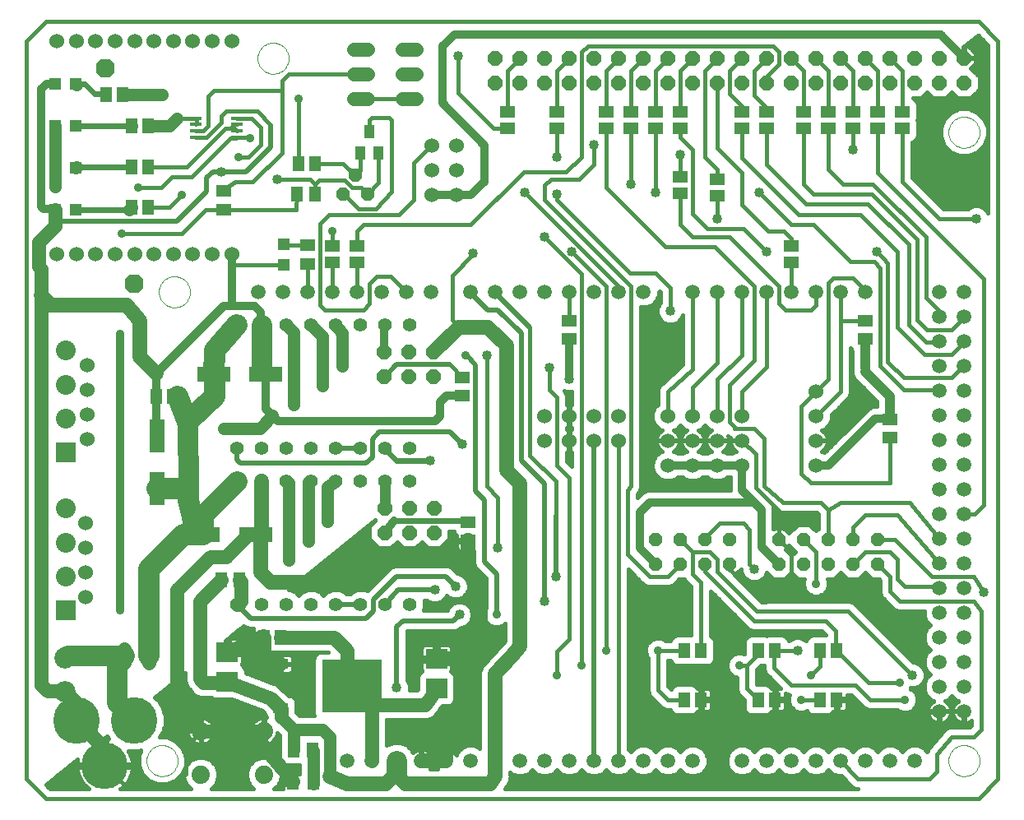
<source format=gtl>
G75*
G70*
%OFA0B0*%
%FSLAX24Y24*%
%IPPOS*%
%LPD*%
%AMOC8*
5,1,8,0,0,1.08239X$1,22.5*
%
%ADD10C,0.0160*%
%ADD11C,0.0000*%
%ADD12C,0.0600*%
%ADD13C,0.0594*%
%ADD14R,0.0472X0.0472*%
%ADD15R,0.0630X0.1378*%
%ADD16OC8,0.0600*%
%ADD17R,0.0591X0.0512*%
%ADD18OC8,0.0560*%
%ADD19C,0.0554*%
%ADD20R,0.0512X0.0591*%
%ADD21R,0.1378X0.0630*%
%ADD22R,0.0866X0.0787*%
%ADD23C,0.1890*%
%ADD24C,0.0560*%
%ADD25R,0.0472X0.0118*%
%ADD26OC8,0.0520*%
%ADD27R,0.0800X0.0800*%
%ADD28C,0.0800*%
%ADD29C,0.0860*%
%ADD30C,0.0740*%
%ADD31R,0.2441X0.2126*%
%ADD32R,0.0630X0.0394*%
%ADD33OC8,0.0760*%
%ADD34R,0.0394X0.0551*%
%ADD35C,0.0320*%
%ADD36C,0.0591*%
%ADD37C,0.0827*%
%ADD38C,0.0197*%
%ADD39C,0.0400*%
%ADD40C,0.0180*%
%ADD41C,0.0236*%
%ADD42C,0.0433*%
%ADD43C,0.0356*%
%ADD44C,0.0500*%
%ADD45C,0.0860*%
%ADD46C,0.0660*%
%ADD47C,0.0060*%
%ADD48C,0.0160*%
%ADD49C,0.0240*%
%ADD50C,0.0400*%
D10*
X001915Y001362D02*
X002702Y000574D01*
X040498Y000574D01*
X041285Y001362D01*
X041285Y031283D01*
X040498Y032071D01*
X002702Y032071D01*
X001915Y031283D01*
X001915Y001362D01*
X002708Y001135D02*
X002868Y000974D01*
X004449Y000974D01*
X004436Y000982D01*
X004337Y001061D01*
X004248Y001151D01*
X004169Y001249D01*
X004102Y001356D01*
X004047Y001470D01*
X004006Y001589D01*
X003977Y001713D01*
X003965Y001821D01*
X005008Y001821D01*
X005008Y001981D01*
X003965Y001981D01*
X003977Y002090D01*
X003996Y002170D01*
X002708Y001135D01*
X002800Y001209D02*
X004202Y001209D01*
X004097Y001367D02*
X002997Y001367D01*
X003194Y001526D02*
X004028Y001526D01*
X003984Y001684D02*
X003391Y001684D01*
X003589Y001843D02*
X005008Y001843D01*
X005065Y001924D02*
X005865Y001124D01*
X007915Y001124D01*
X008365Y001574D01*
X008365Y002674D01*
X008965Y003274D01*
X008965Y003270D02*
X009005Y003270D01*
X009005Y003294D02*
X009005Y002764D01*
X009028Y002764D01*
X009114Y002778D01*
X009196Y002805D01*
X009273Y002844D01*
X009343Y002895D01*
X009404Y002956D01*
X009455Y003026D01*
X009495Y003103D01*
X009521Y003186D01*
X009535Y003271D01*
X009535Y003294D01*
X009005Y003294D01*
X008965Y003294D01*
X008965Y002764D01*
X008942Y002764D01*
X008856Y002778D01*
X008774Y002805D01*
X008697Y002844D01*
X008627Y002895D01*
X008565Y002956D01*
X008515Y003026D01*
X008475Y003103D01*
X008449Y003186D01*
X008435Y003271D01*
X008435Y003294D01*
X008965Y003294D01*
X008965Y003334D01*
X008435Y003334D01*
X008435Y003358D01*
X008449Y003443D01*
X008475Y003526D01*
X008515Y003603D01*
X008565Y003673D01*
X008627Y003734D01*
X008697Y003785D01*
X008774Y003824D01*
X008856Y003851D01*
X008942Y003864D01*
X008965Y003864D01*
X008965Y003335D01*
X009005Y003335D01*
X009005Y003864D01*
X009028Y003864D01*
X009114Y003851D01*
X009196Y003824D01*
X009273Y003785D01*
X009343Y003734D01*
X009404Y003673D01*
X009455Y003603D01*
X009495Y003526D01*
X009521Y003443D01*
X009535Y003358D01*
X009535Y003334D01*
X009005Y003334D01*
X009005Y003294D01*
X009005Y003428D02*
X008965Y003428D01*
X008965Y003587D02*
X009005Y003587D01*
X009005Y003745D02*
X008965Y003745D01*
X008642Y003745D02*
X007534Y003745D01*
X007534Y003587D02*
X008506Y003587D01*
X008446Y003428D02*
X007492Y003428D01*
X007534Y003585D02*
X007534Y003918D01*
X007448Y004240D01*
X007281Y004528D01*
X007124Y004685D01*
X008359Y005678D01*
X008359Y005487D01*
X008347Y005426D01*
X008359Y005369D01*
X008359Y005311D01*
X008383Y005253D01*
X008395Y005192D01*
X008428Y005144D01*
X008450Y005091D01*
X008494Y005046D01*
X008534Y004988D01*
X008556Y004935D01*
X008601Y004890D01*
X008636Y004838D01*
X008684Y004807D01*
X008725Y004766D01*
X008783Y004742D01*
X008835Y004707D01*
X008892Y004697D01*
X007139Y004697D01*
X007272Y004538D02*
X010394Y004538D01*
X010241Y004597D02*
X011478Y004126D01*
X011590Y004013D01*
X011590Y003966D01*
X011636Y003857D01*
X011588Y003864D01*
X011565Y003864D01*
X011565Y003335D01*
X011525Y003335D01*
X011525Y003864D01*
X011502Y003864D01*
X011416Y003851D01*
X011334Y003824D01*
X011257Y003785D01*
X011187Y003734D01*
X011125Y003673D01*
X011075Y003603D01*
X011035Y003526D01*
X011009Y003443D01*
X010995Y003358D01*
X010995Y003334D01*
X011525Y003334D01*
X011525Y003294D01*
X011565Y003294D01*
X011565Y002764D01*
X011588Y002764D01*
X011674Y002778D01*
X011756Y002805D01*
X011833Y002844D01*
X011903Y002895D01*
X011964Y002956D01*
X012015Y003026D01*
X012055Y003103D01*
X012081Y003186D01*
X012087Y003223D01*
X012169Y003141D01*
X012169Y002676D01*
X012169Y002449D01*
X012182Y002416D01*
X012182Y002184D01*
X012231Y002066D01*
X012321Y001976D01*
X012439Y001928D01*
X012977Y001928D01*
X012978Y001581D01*
X012760Y001581D01*
X012760Y001203D01*
X012684Y001203D01*
X012684Y001127D01*
X012306Y001127D01*
X012306Y000974D01*
X011961Y000974D01*
X012130Y001144D01*
X012235Y001397D01*
X012235Y001672D01*
X012130Y001925D01*
X011936Y002119D01*
X011682Y002224D01*
X011408Y002224D01*
X011154Y002119D01*
X010960Y001925D01*
X010855Y001672D01*
X010855Y001397D01*
X010960Y001144D01*
X011129Y000974D01*
X009401Y000974D01*
X009570Y001144D01*
X009675Y001397D01*
X009675Y001672D01*
X009570Y001925D01*
X009376Y002119D01*
X009122Y002224D01*
X008848Y002224D01*
X008594Y002119D01*
X008400Y001925D01*
X008295Y001672D01*
X008295Y001397D01*
X008400Y001144D01*
X008569Y000974D01*
X005727Y000974D01*
X005740Y000982D01*
X005839Y001061D01*
X005928Y001151D01*
X006007Y001249D01*
X006074Y001356D01*
X006129Y001470D01*
X006171Y001589D01*
X006199Y001713D01*
X006211Y001821D01*
X005168Y001821D01*
X005168Y001981D01*
X006211Y001981D01*
X006199Y002090D01*
X006171Y002213D01*
X006129Y002332D01*
X006074Y002446D01*
X006038Y002504D01*
X006103Y002487D01*
X006436Y002487D01*
X006558Y002520D01*
X006465Y002295D01*
X006465Y001917D01*
X006610Y001568D01*
X006877Y001301D01*
X007226Y001156D01*
X007604Y001156D01*
X007953Y001301D01*
X008220Y001568D01*
X008365Y001917D01*
X008365Y002295D01*
X008220Y002644D01*
X007953Y002911D01*
X007604Y003056D01*
X007328Y003056D01*
X007448Y003263D01*
X007534Y003585D01*
X007534Y003904D02*
X011616Y003904D01*
X011565Y003745D02*
X011525Y003745D01*
X011525Y003587D02*
X011565Y003587D01*
X011565Y003428D02*
X011525Y003428D01*
X011525Y003294D02*
X010995Y003294D01*
X010995Y003271D01*
X011009Y003186D01*
X011035Y003103D01*
X011075Y003026D01*
X011125Y002956D01*
X011187Y002895D01*
X011257Y002844D01*
X011334Y002805D01*
X011416Y002778D01*
X011502Y002764D01*
X011525Y002764D01*
X011525Y003294D01*
X011525Y003270D02*
X011565Y003270D01*
X011565Y003111D02*
X011525Y003111D01*
X011525Y002953D02*
X011565Y002953D01*
X011565Y002794D02*
X011525Y002794D01*
X011367Y002794D02*
X009163Y002794D01*
X009005Y002794D02*
X008965Y002794D01*
X008807Y002794D02*
X008070Y002794D01*
X008224Y002636D02*
X012169Y002636D01*
X012169Y002794D02*
X011723Y002794D01*
X011961Y002953D02*
X012169Y002953D01*
X012169Y003111D02*
X012057Y003111D01*
X012169Y002477D02*
X008289Y002477D01*
X008355Y002318D02*
X012182Y002318D01*
X012192Y002160D02*
X011838Y002160D01*
X012054Y002001D02*
X012296Y002001D01*
X012164Y001843D02*
X012977Y001843D01*
X012978Y001684D02*
X012230Y001684D01*
X012235Y001526D02*
X012356Y001526D01*
X012342Y001512D02*
X012318Y001471D01*
X012306Y001425D01*
X012306Y001203D01*
X012684Y001203D01*
X012684Y001581D01*
X012462Y001581D01*
X012416Y001569D01*
X012375Y001545D01*
X012342Y001512D01*
X012306Y001367D02*
X012222Y001367D01*
X012157Y001209D02*
X012306Y001209D01*
X012306Y001050D02*
X012036Y001050D01*
X012684Y001209D02*
X012760Y001209D01*
X012722Y001165D02*
X012722Y001267D01*
X012684Y001367D02*
X012760Y001367D01*
X012760Y001526D02*
X012684Y001526D01*
X011252Y002160D02*
X009278Y002160D01*
X009494Y002001D02*
X011036Y002001D01*
X010926Y001843D02*
X009604Y001843D01*
X009670Y001684D02*
X010860Y001684D01*
X010855Y001526D02*
X009675Y001526D01*
X009662Y001367D02*
X010867Y001367D01*
X010933Y001209D02*
X009597Y001209D01*
X009476Y001050D02*
X011054Y001050D01*
X011129Y002953D02*
X009401Y002953D01*
X009497Y003111D02*
X011033Y003111D01*
X010995Y003270D02*
X009535Y003270D01*
X009524Y003428D02*
X011006Y003428D01*
X011066Y003587D02*
X009463Y003587D01*
X009328Y003745D02*
X011202Y003745D01*
X011541Y004062D02*
X007496Y004062D01*
X007453Y004221D02*
X011228Y004221D01*
X010811Y004380D02*
X007367Y004380D01*
X007336Y004855D02*
X008625Y004855D01*
X008517Y005014D02*
X007533Y005014D01*
X007730Y005172D02*
X008409Y005172D01*
X008359Y005331D02*
X007927Y005331D01*
X008125Y005489D02*
X008359Y005489D01*
X008359Y005648D02*
X008322Y005648D01*
X008892Y004697D02*
X008946Y004674D01*
X009008Y004674D01*
X009070Y004663D01*
X009126Y004674D01*
X009408Y004674D01*
X009438Y004645D01*
X009555Y004597D01*
X010241Y004597D01*
X011269Y005489D02*
X013559Y005489D01*
X013559Y005331D02*
X011685Y005331D01*
X011921Y005241D02*
X010805Y005666D01*
X010805Y005768D01*
X010756Y005885D01*
X010666Y005975D01*
X010631Y005990D01*
X010653Y006028D01*
X010665Y006074D01*
X010665Y006411D01*
X010132Y006411D01*
X010132Y006571D01*
X010665Y006571D01*
X010665Y006909D01*
X010653Y006955D01*
X010629Y006996D01*
X010596Y007029D01*
X010554Y007053D01*
X010509Y007065D01*
X010132Y007065D01*
X010132Y006572D01*
X009972Y006572D01*
X009972Y006974D01*
X010721Y007577D01*
X010778Y007520D01*
X010932Y007456D01*
X011114Y007456D01*
X011109Y007436D01*
X011109Y007165D01*
X011496Y007165D01*
X011496Y007069D01*
X011109Y007069D01*
X011109Y006798D01*
X011121Y006753D01*
X011145Y006712D01*
X011178Y006678D01*
X011219Y006654D01*
X011265Y006642D01*
X011496Y006642D01*
X011496Y007069D01*
X011592Y007069D01*
X011592Y006642D01*
X011686Y006642D01*
X011687Y006641D01*
X011777Y006551D01*
X011894Y006502D01*
X012533Y006502D01*
X012570Y006517D01*
X014124Y006517D01*
X014134Y006507D01*
X013815Y006507D01*
X013697Y006459D01*
X013607Y006369D01*
X013559Y006251D01*
X013559Y003998D01*
X013580Y003947D01*
X012975Y003947D01*
X012860Y004062D01*
X012860Y004487D01*
X012811Y004605D01*
X012721Y004695D01*
X012604Y004744D01*
X012557Y004744D01*
X012313Y004987D01*
X012310Y004996D01*
X012229Y005072D01*
X012151Y005150D01*
X012142Y005153D01*
X012136Y005159D01*
X012032Y005199D01*
X011930Y005241D01*
X011921Y005241D01*
X012102Y005172D02*
X013559Y005172D01*
X013559Y005014D02*
X012290Y005014D01*
X012445Y004855D02*
X013559Y004855D01*
X013559Y004697D02*
X012717Y004697D01*
X012839Y004538D02*
X013559Y004538D01*
X013559Y004380D02*
X012860Y004380D01*
X012860Y004221D02*
X013559Y004221D01*
X013559Y004062D02*
X012860Y004062D01*
X012564Y005645D02*
X012610Y005658D01*
X012651Y005681D01*
X012684Y005715D01*
X012708Y005756D01*
X012720Y005802D01*
X012720Y006004D01*
X012244Y006004D01*
X012244Y006041D01*
X012207Y006041D01*
X012207Y006399D01*
X011886Y006399D01*
X011841Y006387D01*
X011800Y006363D01*
X011766Y006329D01*
X011743Y006288D01*
X011730Y006243D01*
X011730Y006041D01*
X012206Y006041D01*
X012206Y006004D01*
X011730Y006004D01*
X011730Y005802D01*
X011743Y005756D01*
X011766Y005715D01*
X011800Y005681D01*
X011841Y005658D01*
X011886Y005645D01*
X012207Y005645D01*
X012207Y006003D01*
X012244Y006003D01*
X012244Y005645D01*
X012564Y005645D01*
X012574Y005648D02*
X013559Y005648D01*
X013559Y005806D02*
X012720Y005806D01*
X012720Y005965D02*
X013559Y005965D01*
X013559Y006124D02*
X012720Y006124D01*
X012720Y006041D02*
X012720Y006243D01*
X012708Y006288D01*
X012684Y006329D01*
X012651Y006363D01*
X012610Y006387D01*
X012564Y006399D01*
X012244Y006399D01*
X012244Y006041D01*
X012720Y006041D01*
X012710Y006282D02*
X013572Y006282D01*
X013679Y006441D02*
X010132Y006441D01*
X010132Y006599D02*
X009972Y006599D01*
X009972Y006758D02*
X010132Y006758D01*
X010132Y006916D02*
X009972Y006916D01*
X010097Y007075D02*
X011496Y007075D01*
X011496Y006916D02*
X011592Y006916D01*
X011592Y006758D02*
X011496Y006758D01*
X011728Y006599D02*
X010665Y006599D01*
X010665Y006758D02*
X011119Y006758D01*
X011109Y006916D02*
X010663Y006916D01*
X010294Y007233D02*
X011109Y007233D01*
X011109Y007392D02*
X010491Y007392D01*
X010688Y007550D02*
X010747Y007550D01*
X010665Y006282D02*
X011741Y006282D01*
X011730Y006124D02*
X010665Y006124D01*
X010677Y005965D02*
X011730Y005965D01*
X011730Y005806D02*
X010789Y005806D01*
X010852Y005648D02*
X011877Y005648D01*
X012207Y005648D02*
X012244Y005648D01*
X012244Y005806D02*
X012207Y005806D01*
X012207Y005965D02*
X012244Y005965D01*
X012244Y006124D02*
X012207Y006124D01*
X012207Y006282D02*
X012244Y006282D01*
X012962Y008797D02*
X012800Y008959D01*
X012581Y009050D01*
X012553Y009050D01*
X016044Y011856D01*
X016054Y011846D01*
X015811Y011603D01*
X015811Y011089D01*
X016174Y010726D01*
X016687Y010726D01*
X016931Y010969D01*
X017174Y010726D01*
X017687Y010726D01*
X017931Y010969D01*
X018174Y010726D01*
X018687Y010726D01*
X019051Y011089D01*
X019051Y011405D01*
X019234Y011405D01*
X019262Y011338D01*
X019352Y011248D01*
X019353Y011248D01*
X019353Y011075D01*
X019780Y011075D01*
X019780Y010979D01*
X019353Y010979D01*
X019353Y010748D01*
X019365Y010702D01*
X019389Y010661D01*
X019423Y010627D01*
X019464Y010604D01*
X019509Y010591D01*
X019780Y010591D01*
X019780Y010979D01*
X019876Y010979D01*
X019876Y010591D01*
X020047Y010591D01*
X020047Y010091D01*
X020110Y009937D01*
X020228Y009820D01*
X020547Y009501D01*
X020547Y008310D01*
X020543Y008307D01*
X020467Y008124D01*
X020467Y007925D01*
X020543Y007742D01*
X020683Y007602D01*
X020866Y007526D01*
X021064Y007526D01*
X021247Y007602D01*
X021300Y007655D01*
X021300Y006956D01*
X021108Y006737D01*
X020466Y006046D01*
X020388Y005967D01*
X020383Y005957D01*
X020375Y005948D01*
X020337Y005844D01*
X020294Y005741D01*
X020294Y005730D01*
X020290Y005719D01*
X020294Y005608D01*
X020294Y002599D01*
X020264Y002629D01*
X020038Y002723D01*
X019792Y002723D01*
X019566Y002629D01*
X019392Y002455D01*
X019338Y002326D01*
X019323Y002356D01*
X019279Y002417D01*
X019226Y002470D01*
X019165Y002514D01*
X019098Y002548D01*
X019027Y002571D01*
X018952Y002583D01*
X018933Y002583D01*
X018933Y002125D01*
X018896Y002125D01*
X018896Y002583D01*
X018877Y002583D01*
X018803Y002571D01*
X018732Y002548D01*
X018665Y002514D01*
X018604Y002470D01*
X018551Y002417D01*
X018507Y002356D01*
X018473Y002289D01*
X018450Y002218D01*
X018438Y002144D01*
X018438Y002124D01*
X018896Y002124D01*
X018896Y002087D01*
X018438Y002087D01*
X018438Y002068D01*
X018450Y001994D01*
X018473Y001923D01*
X018507Y001856D01*
X018551Y001795D01*
X018566Y001780D01*
X018264Y001780D01*
X018279Y001795D01*
X018323Y001856D01*
X018357Y001923D01*
X018380Y001994D01*
X018392Y002068D01*
X018392Y002087D01*
X017934Y002087D01*
X017934Y002124D01*
X018392Y002124D01*
X018392Y002144D01*
X018380Y002218D01*
X018357Y002289D01*
X018323Y002356D01*
X018279Y002417D01*
X018226Y002470D01*
X018165Y002514D01*
X018098Y002548D01*
X018027Y002571D01*
X017952Y002583D01*
X017933Y002583D01*
X017933Y002125D01*
X017896Y002125D01*
X017896Y002583D01*
X017877Y002583D01*
X017803Y002571D01*
X017732Y002548D01*
X017665Y002514D01*
X017604Y002470D01*
X017572Y002437D01*
X017537Y002521D01*
X017330Y002728D01*
X017061Y002839D01*
X016769Y002839D01*
X016515Y002734D01*
X016515Y003774D01*
X017998Y003774D01*
X018049Y003763D01*
X018116Y003774D01*
X018184Y003774D01*
X018233Y003795D01*
X018284Y003803D01*
X018342Y003840D01*
X018405Y003866D01*
X018442Y003903D01*
X018486Y003931D01*
X018525Y003986D01*
X018574Y004035D01*
X018594Y004083D01*
X018770Y004333D01*
X019036Y004333D01*
X019154Y004382D01*
X019244Y004472D01*
X019293Y004590D01*
X019293Y005504D01*
X019244Y005622D01*
X019154Y005712D01*
X019118Y005727D01*
X019141Y005765D01*
X019153Y005811D01*
X019153Y006148D01*
X018620Y006148D01*
X018620Y006308D01*
X019153Y006308D01*
X019153Y006645D01*
X019141Y006691D01*
X019117Y006732D01*
X019083Y006766D01*
X019042Y006789D01*
X018997Y006802D01*
X018620Y006802D01*
X018620Y006308D01*
X018460Y006308D01*
X018460Y006802D01*
X018083Y006802D01*
X018037Y006789D01*
X017996Y006766D01*
X017963Y006732D01*
X017939Y006691D01*
X017927Y006645D01*
X017927Y006308D01*
X018460Y006308D01*
X018460Y006148D01*
X017927Y006148D01*
X017927Y005811D01*
X017939Y005765D01*
X017961Y005727D01*
X017925Y005712D01*
X017835Y005622D01*
X017787Y005504D01*
X017787Y005021D01*
X017754Y004974D01*
X017435Y004974D01*
X017435Y005178D01*
X017356Y005369D01*
X017333Y005391D01*
X017333Y007351D01*
X017338Y007356D01*
X019298Y007356D01*
X019452Y007420D01*
X019537Y007504D01*
X019568Y007504D01*
X019759Y007584D01*
X019906Y007730D01*
X019985Y007921D01*
X019985Y008128D01*
X019906Y008319D01*
X019759Y008465D01*
X019568Y008544D01*
X019361Y008544D01*
X019170Y008465D01*
X019024Y008319D01*
X018972Y008193D01*
X018001Y008193D01*
X018059Y008334D01*
X018059Y008571D01*
X018045Y008606D01*
X018148Y008606D01*
X018170Y008584D01*
X018361Y008504D01*
X018568Y008504D01*
X018759Y008584D01*
X018906Y008730D01*
X018940Y008814D01*
X019020Y008734D01*
X019211Y008654D01*
X019418Y008654D01*
X019609Y008734D01*
X019756Y008880D01*
X019835Y009071D01*
X019835Y009278D01*
X019756Y009469D01*
X019609Y009615D01*
X019418Y009694D01*
X019387Y009694D01*
X019152Y009929D01*
X018998Y009993D01*
X018832Y009993D01*
X016832Y009993D01*
X016678Y009929D01*
X016560Y009811D01*
X015735Y008986D01*
X015581Y009050D01*
X015343Y009050D01*
X015124Y008959D01*
X015036Y008871D01*
X014888Y008871D01*
X014800Y008959D01*
X014581Y009050D01*
X014343Y009050D01*
X014124Y008959D01*
X013962Y008797D01*
X013800Y008959D01*
X013581Y009050D01*
X013343Y009050D01*
X013124Y008959D01*
X012962Y008797D01*
X012940Y008819D02*
X012984Y008819D01*
X013169Y008977D02*
X012756Y008977D01*
X012660Y009136D02*
X015885Y009136D01*
X016043Y009294D02*
X012858Y009294D01*
X013055Y009453D02*
X016202Y009453D01*
X016360Y009611D02*
X013252Y009611D01*
X013449Y009770D02*
X016519Y009770D01*
X016560Y009811D02*
X016560Y009811D01*
X016677Y009929D02*
X013646Y009929D01*
X013844Y010087D02*
X020048Y010087D01*
X020047Y010246D02*
X014041Y010246D01*
X014238Y010404D02*
X020047Y010404D01*
X020047Y010563D02*
X014435Y010563D01*
X014633Y010721D02*
X019360Y010721D01*
X019353Y010880D02*
X018841Y010880D01*
X019000Y011038D02*
X019780Y011038D01*
X019780Y010880D02*
X019876Y010880D01*
X019876Y010721D02*
X019780Y010721D01*
X019353Y011197D02*
X019051Y011197D01*
X019051Y011355D02*
X019255Y011355D01*
X018020Y010880D02*
X017841Y010880D01*
X017020Y010880D02*
X016841Y010880D01*
X016020Y010880D02*
X014830Y010880D01*
X015027Y011038D02*
X015862Y011038D01*
X015811Y011197D02*
X015224Y011197D01*
X015421Y011355D02*
X015811Y011355D01*
X015811Y011514D02*
X015619Y011514D01*
X015816Y011673D02*
X015880Y011673D01*
X016013Y011831D02*
X016039Y011831D01*
X019153Y009929D02*
X020119Y009929D01*
X020278Y009770D02*
X019311Y009770D01*
X019613Y009611D02*
X020436Y009611D01*
X020547Y009453D02*
X019762Y009453D01*
X019828Y009294D02*
X020547Y009294D01*
X020547Y009136D02*
X019835Y009136D01*
X019796Y008977D02*
X020547Y008977D01*
X020547Y008819D02*
X019695Y008819D01*
X019432Y008660D02*
X020547Y008660D01*
X020547Y008502D02*
X019672Y008502D01*
X019882Y008343D02*
X020547Y008343D01*
X020492Y008185D02*
X019961Y008185D01*
X019985Y008026D02*
X020467Y008026D01*
X020491Y007867D02*
X019963Y007867D01*
X019885Y007709D02*
X020576Y007709D01*
X020808Y007550D02*
X019679Y007550D01*
X019385Y007392D02*
X021300Y007392D01*
X021300Y007550D02*
X021122Y007550D01*
X021300Y007233D02*
X017333Y007233D01*
X017333Y007075D02*
X021300Y007075D01*
X021265Y006916D02*
X017333Y006916D01*
X017333Y006758D02*
X017988Y006758D01*
X017927Y006599D02*
X017333Y006599D01*
X017333Y006441D02*
X017927Y006441D01*
X017927Y006124D02*
X017333Y006124D01*
X017333Y006282D02*
X018460Y006282D01*
X018460Y006441D02*
X018620Y006441D01*
X018620Y006599D02*
X018460Y006599D01*
X018460Y006758D02*
X018620Y006758D01*
X019091Y006758D02*
X021126Y006758D01*
X020980Y006599D02*
X019153Y006599D01*
X019153Y006441D02*
X020833Y006441D01*
X020686Y006282D02*
X018620Y006282D01*
X019153Y006124D02*
X020538Y006124D01*
X020387Y005965D02*
X019153Y005965D01*
X019152Y005806D02*
X020321Y005806D01*
X020293Y005648D02*
X019218Y005648D01*
X019293Y005489D02*
X020294Y005489D01*
X020294Y005331D02*
X019293Y005331D01*
X019293Y005172D02*
X020294Y005172D01*
X020294Y005014D02*
X019293Y005014D01*
X019293Y004855D02*
X020294Y004855D01*
X020294Y004697D02*
X019293Y004697D01*
X019271Y004538D02*
X020294Y004538D01*
X020294Y004380D02*
X019148Y004380D01*
X018691Y004221D02*
X020294Y004221D01*
X020294Y004062D02*
X018585Y004062D01*
X018443Y003904D02*
X020294Y003904D01*
X020294Y003745D02*
X016515Y003745D01*
X016515Y003587D02*
X020294Y003587D01*
X020294Y003428D02*
X016515Y003428D01*
X016515Y003270D02*
X020294Y003270D01*
X020294Y003111D02*
X016515Y003111D01*
X016515Y002953D02*
X020294Y002953D01*
X020294Y002794D02*
X017170Y002794D01*
X017422Y002636D02*
X019582Y002636D01*
X019414Y002477D02*
X019216Y002477D01*
X018933Y002477D02*
X018896Y002477D01*
X018896Y002318D02*
X018933Y002318D01*
X018933Y002160D02*
X018896Y002160D01*
X018614Y002477D02*
X018216Y002477D01*
X018342Y002318D02*
X018488Y002318D01*
X018441Y002160D02*
X018389Y002160D01*
X018381Y002001D02*
X018449Y002001D01*
X018517Y001843D02*
X018313Y001843D01*
X017933Y002160D02*
X017896Y002160D01*
X017896Y002318D02*
X017933Y002318D01*
X017933Y002477D02*
X017896Y002477D01*
X017614Y002477D02*
X017555Y002477D01*
X016660Y002794D02*
X016515Y002794D01*
X017435Y005014D02*
X017782Y005014D01*
X017787Y005172D02*
X017435Y005172D01*
X017372Y005331D02*
X017787Y005331D01*
X017787Y005489D02*
X017333Y005489D01*
X017333Y005648D02*
X017861Y005648D01*
X017928Y005806D02*
X017333Y005806D01*
X017333Y005965D02*
X017927Y005965D01*
X018059Y008343D02*
X019048Y008343D01*
X019258Y008502D02*
X018059Y008502D01*
X018836Y008660D02*
X019198Y008660D01*
X015169Y008977D02*
X014756Y008977D01*
X014169Y008977D02*
X013756Y008977D01*
X013940Y008819D02*
X013984Y008819D01*
X008435Y003270D02*
X007450Y003270D01*
X007360Y003111D02*
X008473Y003111D01*
X008569Y002953D02*
X007853Y002953D01*
X008365Y002160D02*
X008692Y002160D01*
X008476Y002001D02*
X008365Y002001D01*
X008366Y001843D02*
X008334Y001843D01*
X008300Y001684D02*
X008268Y001684D01*
X008295Y001526D02*
X008178Y001526D01*
X008307Y001367D02*
X008020Y001367D01*
X007731Y001209D02*
X008373Y001209D01*
X008494Y001050D02*
X005825Y001050D01*
X005975Y001209D02*
X007099Y001209D01*
X006810Y001367D02*
X006079Y001367D01*
X006149Y001526D02*
X006652Y001526D01*
X006561Y001684D02*
X006192Y001684D01*
X006209Y002001D02*
X006465Y002001D01*
X006465Y002160D02*
X006183Y002160D01*
X006134Y002318D02*
X006475Y002318D01*
X006540Y002477D02*
X006055Y002477D01*
X006496Y001843D02*
X005168Y001843D01*
X005168Y001981D02*
X005008Y001981D01*
X005008Y002984D01*
X005175Y003118D01*
X005233Y003017D01*
X005168Y003024D01*
X005168Y001981D01*
X005168Y002001D02*
X005008Y002001D01*
X005008Y002160D02*
X005168Y002160D01*
X005168Y002318D02*
X005008Y002318D01*
X005008Y002477D02*
X005168Y002477D01*
X005168Y002636D02*
X005008Y002636D01*
X005008Y002794D02*
X005168Y002794D01*
X005168Y002953D02*
X005008Y002953D01*
X005166Y003111D02*
X005178Y003111D01*
X003993Y002160D02*
X003983Y002160D01*
X003967Y002001D02*
X003786Y002001D01*
X004351Y001050D02*
X002792Y001050D01*
X008965Y002953D02*
X009005Y002953D01*
X009005Y003111D02*
X008965Y003111D01*
X020248Y002636D02*
X020294Y002636D01*
X021525Y001624D02*
X021566Y001583D01*
X021792Y001489D01*
X022038Y001489D01*
X022264Y001583D01*
X022415Y001734D01*
X022566Y001583D01*
X022792Y001489D01*
X023038Y001489D01*
X023264Y001583D01*
X023415Y001734D01*
X023566Y001583D01*
X023792Y001489D01*
X024038Y001489D01*
X024264Y001583D01*
X024415Y001734D01*
X024566Y001583D01*
X024792Y001489D01*
X025038Y001489D01*
X025264Y001583D01*
X025415Y001734D01*
X025566Y001583D01*
X025792Y001489D01*
X026038Y001489D01*
X026264Y001583D01*
X026415Y001734D01*
X026566Y001583D01*
X026792Y001489D01*
X027038Y001489D01*
X027264Y001583D01*
X027415Y001734D01*
X027566Y001583D01*
X027792Y001489D01*
X028038Y001489D01*
X028264Y001583D01*
X028415Y001734D01*
X028566Y001583D01*
X028792Y001489D01*
X029038Y001489D01*
X029264Y001583D01*
X029438Y001757D01*
X029532Y001983D01*
X029532Y002229D01*
X029438Y002455D01*
X029264Y002629D01*
X029038Y002723D01*
X028792Y002723D01*
X028566Y002629D01*
X028415Y002478D01*
X028264Y002629D01*
X028038Y002723D01*
X027792Y002723D01*
X027566Y002629D01*
X027415Y002478D01*
X027264Y002629D01*
X027038Y002723D01*
X026792Y002723D01*
X026566Y002629D01*
X026415Y002478D01*
X026315Y002578D01*
X026315Y009859D01*
X026826Y009348D01*
X026938Y009235D01*
X027085Y009174D01*
X027835Y009174D01*
X027995Y009174D01*
X028142Y009235D01*
X028381Y009474D01*
X028565Y009474D01*
X028576Y009448D01*
X028688Y009335D01*
X028850Y009174D01*
X028850Y007190D01*
X028261Y007190D01*
X028143Y007141D01*
X028053Y007051D01*
X028021Y006974D01*
X027819Y006974D01*
X027797Y006997D01*
X027614Y007073D01*
X027416Y007073D01*
X027233Y006997D01*
X027093Y006857D01*
X027017Y006674D01*
X027017Y006475D01*
X027093Y006292D01*
X027115Y006270D01*
X027115Y004895D01*
X027176Y004748D01*
X027288Y004635D01*
X027688Y004235D01*
X027835Y004174D01*
X027995Y004174D01*
X028021Y004174D01*
X028053Y004098D01*
X028143Y004008D01*
X028261Y003959D01*
X028900Y003959D01*
X029017Y004008D01*
X029107Y004098D01*
X029108Y004099D01*
X029202Y004099D01*
X029202Y004526D01*
X029298Y004526D01*
X029298Y004622D01*
X029685Y004622D01*
X029685Y004893D01*
X029673Y004939D01*
X029650Y004980D01*
X029616Y005014D01*
X029575Y005037D01*
X029529Y005050D01*
X029298Y005050D01*
X029298Y004623D01*
X029202Y004623D01*
X029202Y005050D01*
X029108Y005050D01*
X029107Y005051D01*
X029017Y005141D01*
X028900Y005190D01*
X028261Y005190D01*
X028143Y005141D01*
X028053Y005051D01*
X028039Y005016D01*
X027915Y005140D01*
X027915Y006174D01*
X028021Y006174D01*
X028053Y006098D01*
X028143Y006008D01*
X028261Y005959D01*
X028900Y005959D01*
X028915Y005965D01*
X028930Y005959D01*
X029569Y005959D01*
X029687Y006008D01*
X029777Y006098D01*
X029825Y006216D01*
X029825Y006933D01*
X029777Y007051D01*
X029687Y007141D01*
X029650Y007156D01*
X029650Y008974D01*
X031076Y007548D01*
X031188Y007435D01*
X031335Y007374D01*
X034149Y007374D01*
X034315Y007209D01*
X034315Y007190D01*
X033761Y007190D01*
X033643Y007141D01*
X033553Y007051D01*
X033515Y006960D01*
X033459Y007015D01*
X033268Y007094D01*
X033061Y007094D01*
X032870Y007015D01*
X032829Y006974D01*
X032809Y006974D01*
X032777Y007051D01*
X032687Y007141D01*
X032569Y007190D01*
X031930Y007190D01*
X031915Y007183D01*
X031900Y007190D01*
X031261Y007190D01*
X031143Y007141D01*
X031053Y007051D01*
X031004Y006933D01*
X031004Y006435D01*
X030914Y006473D01*
X030716Y006473D01*
X030533Y006397D01*
X030393Y006257D01*
X030317Y006074D01*
X030317Y005875D01*
X030393Y005692D01*
X030533Y005552D01*
X030715Y005477D01*
X030715Y005119D01*
X030715Y004960D01*
X030776Y004813D01*
X031004Y004585D01*
X031004Y004216D01*
X031053Y004098D01*
X031143Y004008D01*
X031261Y003959D01*
X031900Y003959D01*
X032017Y004008D01*
X032107Y004098D01*
X032108Y004099D01*
X032202Y004099D01*
X032202Y004526D01*
X032298Y004526D01*
X032298Y004622D01*
X032685Y004622D01*
X032685Y004838D01*
X032688Y004835D01*
X032835Y004774D01*
X032859Y004774D01*
X032817Y004674D01*
X032817Y004475D01*
X032893Y004292D01*
X033033Y004152D01*
X033216Y004076D01*
X033414Y004076D01*
X033540Y004129D01*
X033553Y004098D01*
X033643Y004008D01*
X033761Y003959D01*
X034400Y003959D01*
X034517Y004008D01*
X034607Y004098D01*
X034608Y004099D01*
X034702Y004099D01*
X034702Y004526D01*
X034798Y004526D01*
X034798Y004622D01*
X035185Y004622D01*
X035185Y004774D01*
X035349Y004774D01*
X035888Y004235D01*
X036035Y004174D01*
X036195Y004174D01*
X037211Y004174D01*
X037233Y004152D01*
X037416Y004076D01*
X037614Y004076D01*
X037797Y004152D01*
X037937Y004292D01*
X038013Y004475D01*
X038013Y004674D01*
X037937Y004857D01*
X037797Y004997D01*
X037748Y005017D01*
X037763Y005054D01*
X037918Y005054D01*
X038109Y005134D01*
X038256Y005280D01*
X038335Y005471D01*
X038335Y005678D01*
X038256Y005869D01*
X038109Y006015D01*
X037918Y006094D01*
X037861Y006094D01*
X035442Y008514D01*
X035295Y008574D01*
X035135Y008574D01*
X031681Y008574D01*
X030623Y009632D01*
X030865Y009874D01*
X030876Y009848D01*
X030895Y009829D01*
X030895Y009771D01*
X030974Y009580D01*
X031120Y009434D01*
X031311Y009354D01*
X031518Y009354D01*
X031709Y009434D01*
X031856Y009580D01*
X031916Y009725D01*
X032166Y009474D01*
X032663Y009474D01*
X032915Y009726D01*
X033166Y009474D01*
X033459Y009474D01*
X033417Y009374D01*
X033417Y009175D01*
X033493Y008992D01*
X033633Y008852D01*
X033816Y008776D01*
X034014Y008776D01*
X034197Y008852D01*
X034337Y008992D01*
X034413Y009175D01*
X034413Y009374D01*
X034371Y009474D01*
X034663Y009474D01*
X034915Y009726D01*
X035166Y009474D01*
X035663Y009474D01*
X035915Y009726D01*
X036166Y009474D01*
X036449Y009474D01*
X036515Y009409D01*
X036515Y009054D01*
X036515Y008895D01*
X036576Y008748D01*
X036976Y008348D01*
X037088Y008235D01*
X037235Y008174D01*
X038298Y008174D01*
X038298Y007983D01*
X038392Y007757D01*
X038543Y007606D01*
X038392Y007455D01*
X038298Y007229D01*
X038298Y006983D01*
X038392Y006757D01*
X038543Y006606D01*
X038392Y006455D01*
X038298Y006229D01*
X038298Y005983D01*
X038392Y005757D01*
X038543Y005606D01*
X038392Y005455D01*
X038298Y005229D01*
X038298Y004983D01*
X038392Y004757D01*
X038566Y004583D01*
X038695Y004529D01*
X038665Y004514D01*
X038604Y004470D01*
X038551Y004417D01*
X038507Y004356D01*
X038473Y004289D01*
X038450Y004218D01*
X038438Y004144D01*
X038438Y004124D01*
X038896Y004124D01*
X038896Y004087D01*
X038933Y004087D01*
X038933Y003629D01*
X038952Y003629D01*
X039027Y003641D01*
X039098Y003664D01*
X039165Y003698D01*
X039226Y003742D01*
X039279Y003795D01*
X039323Y003856D01*
X039357Y003923D01*
X039380Y003994D01*
X039392Y004068D01*
X039392Y004087D01*
X038934Y004087D01*
X038934Y004124D01*
X039392Y004124D01*
X039392Y004144D01*
X039380Y004218D01*
X039357Y004289D01*
X039323Y004356D01*
X039279Y004417D01*
X039226Y004470D01*
X039165Y004514D01*
X039134Y004529D01*
X039264Y004583D01*
X039415Y004734D01*
X039566Y004583D01*
X039695Y004529D01*
X039665Y004514D01*
X039604Y004470D01*
X039551Y004417D01*
X039507Y004356D01*
X039473Y004289D01*
X039450Y004218D01*
X039438Y004144D01*
X039438Y004124D01*
X039896Y004124D01*
X039896Y004087D01*
X039933Y004087D01*
X039933Y003629D01*
X039952Y003629D01*
X040027Y003641D01*
X040098Y003664D01*
X040165Y003698D01*
X040215Y003735D01*
X040215Y003540D01*
X040149Y003474D01*
X039479Y003474D01*
X039464Y003479D01*
X039400Y003474D01*
X039335Y003474D01*
X039321Y003468D01*
X039305Y003467D01*
X039248Y003438D01*
X039188Y003414D01*
X039177Y003402D01*
X039163Y003395D01*
X039121Y003346D01*
X039076Y003301D01*
X039070Y003286D01*
X038521Y002647D01*
X038476Y002601D01*
X038470Y002586D01*
X038459Y002574D01*
X038440Y002513D01*
X038422Y002471D01*
X038264Y002629D01*
X038038Y002723D01*
X037792Y002723D01*
X037566Y002629D01*
X037415Y002478D01*
X037264Y002629D01*
X037038Y002723D01*
X036792Y002723D01*
X036566Y002629D01*
X036415Y002478D01*
X036264Y002629D01*
X036038Y002723D01*
X035792Y002723D01*
X035566Y002629D01*
X035415Y002478D01*
X035264Y002629D01*
X035038Y002723D01*
X034792Y002723D01*
X034566Y002629D01*
X034415Y002478D01*
X034264Y002629D01*
X034038Y002723D01*
X033792Y002723D01*
X033566Y002629D01*
X033415Y002478D01*
X033264Y002629D01*
X033038Y002723D01*
X032792Y002723D01*
X032566Y002629D01*
X032415Y002478D01*
X032264Y002629D01*
X032038Y002723D01*
X031792Y002723D01*
X031566Y002629D01*
X031415Y002478D01*
X031264Y002629D01*
X031038Y002723D01*
X030792Y002723D01*
X030566Y002629D01*
X030392Y002455D01*
X030298Y002229D01*
X030298Y001983D01*
X030392Y001757D01*
X030566Y001583D01*
X030792Y001489D01*
X031038Y001489D01*
X031264Y001583D01*
X031415Y001734D01*
X031566Y001583D01*
X031792Y001489D01*
X032038Y001489D01*
X032264Y001583D01*
X032415Y001734D01*
X032566Y001583D01*
X032792Y001489D01*
X033038Y001489D01*
X033264Y001583D01*
X033415Y001734D01*
X033566Y001583D01*
X033792Y001489D01*
X034038Y001489D01*
X034264Y001583D01*
X034415Y001734D01*
X034566Y001583D01*
X034792Y001489D01*
X034952Y001489D01*
X035274Y001152D01*
X035276Y001148D01*
X035328Y001095D01*
X035381Y001040D01*
X035385Y001039D01*
X035388Y001035D01*
X035457Y001007D01*
X035527Y000976D01*
X035531Y000976D01*
X035535Y000974D01*
X035611Y000974D01*
X035614Y000974D01*
X021327Y000974D01*
X021389Y001068D01*
X021431Y001110D01*
X021455Y001169D01*
X021490Y001222D01*
X021502Y001281D01*
X021525Y001336D01*
X021525Y001400D01*
X021537Y001463D01*
X021525Y001521D01*
X021525Y001624D01*
X021525Y001526D02*
X021704Y001526D01*
X021525Y001367D02*
X035068Y001367D01*
X035220Y001209D02*
X021482Y001209D01*
X021377Y001050D02*
X035372Y001050D01*
X035615Y001374D02*
X034915Y002106D01*
X034464Y001684D02*
X034366Y001684D01*
X034126Y001526D02*
X034704Y001526D01*
X035615Y001374D02*
X038515Y001374D01*
X038815Y001674D01*
X038815Y002374D01*
X039415Y003074D01*
X040315Y003074D01*
X040615Y003374D01*
X040615Y008174D01*
X040315Y008574D01*
X037315Y008574D01*
X036915Y008974D01*
X036915Y009574D01*
X036415Y010074D01*
X036029Y009611D02*
X035800Y009611D01*
X035415Y010074D02*
X035915Y010574D01*
X036915Y010574D01*
X037215Y010274D01*
X037215Y009474D01*
X037515Y009174D01*
X038815Y009174D01*
X038915Y009106D01*
X038615Y009574D02*
X040315Y009574D01*
X040715Y008924D01*
X038915Y010106D02*
X037215Y012074D01*
X035915Y012074D01*
X035415Y011574D01*
X035415Y011074D01*
X036415Y011074D02*
X037115Y011074D01*
X038615Y009574D01*
X037211Y008185D02*
X035771Y008185D01*
X035929Y008026D02*
X038298Y008026D01*
X038346Y007867D02*
X036088Y007867D01*
X036246Y007709D02*
X038440Y007709D01*
X038487Y007550D02*
X036405Y007550D01*
X036563Y007392D02*
X038366Y007392D01*
X038300Y007233D02*
X036722Y007233D01*
X036880Y007075D02*
X038298Y007075D01*
X038326Y006916D02*
X037039Y006916D01*
X037197Y006758D02*
X038391Y006758D01*
X038536Y006599D02*
X037356Y006599D01*
X037514Y006441D02*
X038386Y006441D01*
X038320Y006282D02*
X037673Y006282D01*
X037832Y006124D02*
X038298Y006124D01*
X038306Y005965D02*
X038160Y005965D01*
X038282Y005806D02*
X038371Y005806D01*
X038335Y005648D02*
X038501Y005648D01*
X038426Y005489D02*
X038335Y005489D01*
X038340Y005331D02*
X038277Y005331D01*
X038298Y005172D02*
X038148Y005172D01*
X038298Y005014D02*
X037756Y005014D01*
X037938Y004855D02*
X038351Y004855D01*
X038452Y004697D02*
X038004Y004697D01*
X038013Y004538D02*
X038674Y004538D01*
X038524Y004380D02*
X037973Y004380D01*
X037866Y004221D02*
X038451Y004221D01*
X038438Y004087D02*
X038438Y004068D01*
X038450Y003994D01*
X038473Y003923D01*
X038507Y003856D01*
X038551Y003795D01*
X038604Y003742D01*
X038665Y003698D01*
X038732Y003664D01*
X038803Y003641D01*
X038877Y003629D01*
X038896Y003629D01*
X038896Y004087D01*
X038438Y004087D01*
X038439Y004062D02*
X034572Y004062D01*
X034702Y004221D02*
X034798Y004221D01*
X034798Y004099D02*
X035029Y004099D01*
X035075Y004111D01*
X035116Y004135D01*
X035150Y004169D01*
X035173Y004210D01*
X035185Y004255D01*
X035185Y004526D01*
X034798Y004526D01*
X034798Y004099D01*
X034798Y004380D02*
X034702Y004380D01*
X034798Y004538D02*
X035586Y004538D01*
X035744Y004380D02*
X035185Y004380D01*
X035176Y004221D02*
X035923Y004221D01*
X036115Y004574D02*
X035515Y005174D01*
X032915Y005174D01*
X032215Y005874D01*
X032215Y006540D01*
X032250Y006574D01*
X031580Y006574D02*
X031580Y006440D01*
X031115Y005974D01*
X031115Y005040D01*
X031580Y004574D01*
X031531Y005190D02*
X031515Y005206D01*
X031515Y005809D01*
X031665Y005959D01*
X031815Y005959D01*
X031815Y005795D01*
X031876Y005648D01*
X031515Y005648D01*
X031515Y005806D02*
X031815Y005806D01*
X031876Y005648D02*
X031988Y005535D01*
X032474Y005050D01*
X032298Y005050D01*
X032298Y004623D01*
X032202Y004623D01*
X032202Y005050D01*
X032108Y005050D01*
X032107Y005051D01*
X032017Y005141D01*
X031900Y005190D01*
X031531Y005190D01*
X031515Y005331D02*
X032193Y005331D01*
X032034Y005489D02*
X031515Y005489D01*
X031942Y005172D02*
X032351Y005172D01*
X032298Y005014D02*
X032202Y005014D01*
X032202Y004855D02*
X032298Y004855D01*
X032298Y004697D02*
X032202Y004697D01*
X032298Y004538D02*
X032817Y004538D01*
X032685Y004526D02*
X032298Y004526D01*
X032298Y004099D01*
X032529Y004099D01*
X032575Y004111D01*
X032616Y004135D01*
X032650Y004169D01*
X032673Y004210D01*
X032685Y004255D01*
X032685Y004526D01*
X032685Y004380D02*
X032857Y004380D01*
X032964Y004221D02*
X032676Y004221D01*
X032298Y004221D02*
X032202Y004221D01*
X032202Y004380D02*
X032298Y004380D01*
X032072Y004062D02*
X033589Y004062D01*
X033315Y004574D02*
X034080Y004574D01*
X035185Y004697D02*
X035427Y004697D01*
X036115Y004574D02*
X037515Y004574D01*
X037315Y005274D02*
X036050Y005274D01*
X034750Y006574D01*
X034715Y006609D01*
X034715Y007374D01*
X034315Y007774D01*
X031415Y007774D01*
X029415Y009774D01*
X029415Y010074D01*
X028915Y009674D02*
X028915Y010574D01*
X028415Y011074D01*
X028915Y010574D02*
X029615Y010574D01*
X029915Y010274D01*
X029915Y009774D01*
X031515Y008174D01*
X035215Y008174D01*
X037815Y005574D01*
X039156Y004538D02*
X039674Y004538D01*
X039524Y004380D02*
X039306Y004380D01*
X039379Y004221D02*
X039451Y004221D01*
X039438Y004087D02*
X039438Y004068D01*
X039450Y003994D01*
X039473Y003923D01*
X039507Y003856D01*
X039551Y003795D01*
X039604Y003742D01*
X039665Y003698D01*
X039732Y003664D01*
X039803Y003641D01*
X039877Y003629D01*
X039896Y003629D01*
X039896Y004087D01*
X039438Y004087D01*
X039439Y004062D02*
X039391Y004062D01*
X039347Y003904D02*
X039483Y003904D01*
X039601Y003745D02*
X039229Y003745D01*
X038933Y003745D02*
X038896Y003745D01*
X038896Y003904D02*
X038933Y003904D01*
X038933Y004062D02*
X038896Y004062D01*
X038601Y003745D02*
X026315Y003745D01*
X026315Y003587D02*
X040215Y003587D01*
X039933Y003745D02*
X039896Y003745D01*
X039896Y003904D02*
X039933Y003904D01*
X039933Y004062D02*
X039896Y004062D01*
X039452Y004697D02*
X039378Y004697D01*
X038483Y003904D02*
X026315Y003904D01*
X026315Y004062D02*
X028089Y004062D01*
X027723Y004221D02*
X026315Y004221D01*
X026315Y004380D02*
X027544Y004380D01*
X027386Y004538D02*
X026315Y004538D01*
X026315Y004697D02*
X027227Y004697D01*
X027131Y004855D02*
X026315Y004855D01*
X026315Y005014D02*
X027115Y005014D01*
X027115Y005172D02*
X026315Y005172D01*
X026315Y005331D02*
X027115Y005331D01*
X027115Y005489D02*
X026315Y005489D01*
X026315Y005648D02*
X027115Y005648D01*
X027115Y005806D02*
X026315Y005806D01*
X026315Y005965D02*
X027115Y005965D01*
X027115Y006124D02*
X026315Y006124D01*
X026315Y006282D02*
X027103Y006282D01*
X027031Y006441D02*
X026315Y006441D01*
X026315Y006599D02*
X027017Y006599D01*
X027052Y006758D02*
X026315Y006758D01*
X026315Y006916D02*
X027152Y006916D01*
X027515Y006574D02*
X027515Y004974D01*
X027915Y004574D01*
X028580Y004574D01*
X028219Y005172D02*
X027915Y005172D01*
X027915Y005331D02*
X030715Y005331D01*
X030715Y005172D02*
X028942Y005172D01*
X029202Y005014D02*
X029298Y005014D01*
X029298Y004855D02*
X029202Y004855D01*
X029202Y004697D02*
X029298Y004697D01*
X029298Y004538D02*
X031004Y004538D01*
X031004Y004380D02*
X029685Y004380D01*
X029685Y004255D02*
X029685Y004526D01*
X029298Y004526D01*
X029298Y004099D01*
X029529Y004099D01*
X029575Y004111D01*
X029616Y004135D01*
X029650Y004169D01*
X029673Y004210D01*
X029685Y004255D01*
X029676Y004221D02*
X031004Y004221D01*
X031089Y004062D02*
X029072Y004062D01*
X029202Y004221D02*
X029298Y004221D01*
X029298Y004380D02*
X029202Y004380D01*
X029685Y004697D02*
X030892Y004697D01*
X030758Y004855D02*
X029685Y004855D01*
X029616Y005014D02*
X030715Y005014D01*
X030685Y005489D02*
X027915Y005489D01*
X027915Y005648D02*
X030437Y005648D01*
X030345Y005806D02*
X027915Y005806D01*
X027915Y005965D02*
X028247Y005965D01*
X028042Y006124D02*
X027915Y006124D01*
X027515Y006574D02*
X028580Y006574D01*
X028077Y007075D02*
X026315Y007075D01*
X026315Y007233D02*
X028850Y007233D01*
X028850Y007392D02*
X026315Y007392D01*
X026315Y007550D02*
X028850Y007550D01*
X028850Y007709D02*
X026315Y007709D01*
X026315Y007867D02*
X028850Y007867D01*
X028850Y008026D02*
X026315Y008026D01*
X026315Y008185D02*
X028850Y008185D01*
X028850Y008343D02*
X026315Y008343D01*
X026315Y008502D02*
X028850Y008502D01*
X028850Y008660D02*
X026315Y008660D01*
X026315Y008819D02*
X028850Y008819D01*
X028850Y008977D02*
X026315Y008977D01*
X026315Y009136D02*
X028850Y009136D01*
X028729Y009294D02*
X028201Y009294D01*
X028359Y009453D02*
X028574Y009453D01*
X028915Y009674D02*
X029250Y009340D01*
X029250Y006574D01*
X029825Y006599D02*
X031004Y006599D01*
X030991Y006441D02*
X031004Y006441D01*
X031004Y006758D02*
X029825Y006758D01*
X029825Y006916D02*
X031004Y006916D01*
X031077Y007075D02*
X029753Y007075D01*
X029650Y007233D02*
X034290Y007233D01*
X034080Y006574D02*
X034080Y005940D01*
X033715Y005574D01*
X032826Y004697D02*
X032685Y004697D01*
X031115Y005974D02*
X030815Y005974D01*
X030317Y005965D02*
X029583Y005965D01*
X029787Y006124D02*
X030338Y006124D01*
X030418Y006282D02*
X029825Y006282D01*
X029825Y006441D02*
X030639Y006441D01*
X031293Y007392D02*
X029650Y007392D01*
X029650Y007550D02*
X031073Y007550D01*
X030915Y007709D02*
X029650Y007709D01*
X029650Y007867D02*
X030756Y007867D01*
X030598Y008026D02*
X029650Y008026D01*
X029650Y008185D02*
X030439Y008185D01*
X030281Y008343D02*
X029650Y008343D01*
X029650Y008502D02*
X030122Y008502D01*
X029964Y008660D02*
X029650Y008660D01*
X029650Y008819D02*
X029805Y008819D01*
X030644Y009611D02*
X030961Y009611D01*
X030895Y009770D02*
X030761Y009770D01*
X030802Y009453D02*
X031101Y009453D01*
X030961Y009294D02*
X033417Y009294D01*
X033433Y009136D02*
X031119Y009136D01*
X031278Y008977D02*
X033508Y008977D01*
X033714Y008819D02*
X031436Y008819D01*
X031595Y008660D02*
X036664Y008660D01*
X036546Y008819D02*
X034116Y008819D01*
X034322Y008977D02*
X036515Y008977D01*
X036515Y009136D02*
X034397Y009136D01*
X034413Y009294D02*
X036515Y009294D01*
X036471Y009453D02*
X034380Y009453D01*
X034800Y009611D02*
X035029Y009611D01*
X033915Y009274D02*
X033915Y010574D01*
X033415Y011074D01*
X032920Y010721D02*
X032712Y010721D01*
X032664Y010673D02*
X032816Y010825D01*
X033066Y010574D01*
X032915Y010423D01*
X032664Y010673D01*
X032775Y010563D02*
X033055Y010563D01*
X032424Y011083D02*
X032406Y011083D01*
X032406Y011534D01*
X032224Y011534D01*
X032195Y011505D01*
X032195Y012366D01*
X032292Y012282D01*
X032338Y012235D01*
X032352Y012230D01*
X032363Y012220D01*
X032425Y012200D01*
X032485Y012174D01*
X032500Y012174D01*
X032514Y012170D01*
X032579Y012174D01*
X033949Y012174D01*
X034015Y012109D01*
X034015Y011523D01*
X033915Y011423D01*
X033663Y011674D01*
X033166Y011674D01*
X032816Y011324D01*
X032605Y011534D01*
X032424Y011534D01*
X032424Y011083D01*
X032424Y011197D02*
X032406Y011197D01*
X032406Y011355D02*
X032424Y011355D01*
X032424Y011514D02*
X032406Y011514D01*
X032204Y011514D02*
X032195Y011514D01*
X032195Y011673D02*
X033165Y011673D01*
X033006Y011514D02*
X032626Y011514D01*
X032784Y011355D02*
X032847Y011355D01*
X032195Y011831D02*
X034015Y011831D01*
X034015Y011673D02*
X033665Y011673D01*
X033824Y011514D02*
X034006Y011514D01*
X034015Y011990D02*
X032195Y011990D01*
X032195Y012148D02*
X033976Y012148D01*
X034115Y012574D02*
X034415Y012274D01*
X034915Y012574D01*
X037715Y012574D01*
X038915Y011106D01*
X039915Y012106D02*
X040346Y012106D01*
X040715Y012474D01*
X040715Y021624D01*
X036415Y025924D01*
X036415Y027740D01*
X037415Y027740D02*
X037415Y025574D01*
X038915Y024074D01*
X040415Y024074D01*
X040885Y024298D02*
X040856Y024369D01*
X040709Y024515D01*
X040518Y024594D01*
X040311Y024594D01*
X040120Y024515D01*
X040080Y024474D01*
X039081Y024474D01*
X037815Y025740D01*
X037815Y027181D01*
X037891Y027213D01*
X037981Y027303D01*
X038030Y027420D01*
X038030Y028059D01*
X038024Y028074D01*
X038030Y028090D01*
X038030Y028729D01*
X037981Y028846D01*
X037891Y028936D01*
X037847Y028954D01*
X038172Y028954D01*
X038415Y029198D01*
X038658Y028954D01*
X039172Y028954D01*
X039415Y029198D01*
X039658Y028954D01*
X040172Y028954D01*
X040535Y029318D01*
X040535Y029831D01*
X040193Y030173D01*
X040395Y030376D01*
X040395Y030554D01*
X039935Y030554D01*
X039935Y030594D01*
X040395Y030594D01*
X040395Y030773D01*
X040114Y031054D01*
X039935Y031054D01*
X039935Y030595D01*
X039895Y030595D01*
X039895Y031030D01*
X040492Y031510D01*
X040885Y031117D01*
X040885Y024298D01*
X040885Y024356D02*
X040861Y024356D01*
X040885Y024515D02*
X040710Y024515D01*
X040885Y024673D02*
X038882Y024673D01*
X039041Y024515D02*
X040120Y024515D01*
X040885Y024832D02*
X038723Y024832D01*
X038565Y024990D02*
X040885Y024990D01*
X040885Y025149D02*
X038406Y025149D01*
X038248Y025307D02*
X040885Y025307D01*
X040885Y025466D02*
X038089Y025466D01*
X037931Y025624D02*
X040885Y025624D01*
X040885Y025783D02*
X037815Y025783D01*
X037815Y025941D02*
X040885Y025941D01*
X040885Y026100D02*
X037815Y026100D01*
X037815Y026259D02*
X040885Y026259D01*
X040885Y026417D02*
X037815Y026417D01*
X037815Y026576D02*
X040885Y026576D01*
X040885Y026734D02*
X040368Y026734D01*
X040453Y026769D02*
X040104Y026625D01*
X039726Y026625D01*
X039377Y026769D01*
X039110Y027036D01*
X038965Y027386D01*
X038965Y027763D01*
X039110Y028113D01*
X039377Y028380D01*
X039726Y028524D01*
X040104Y028524D01*
X040453Y028380D01*
X040720Y028113D01*
X040865Y027763D01*
X040865Y027386D01*
X040720Y027036D01*
X040453Y026769D01*
X040577Y026893D02*
X040885Y026893D01*
X040885Y027051D02*
X040726Y027051D01*
X040792Y027210D02*
X040885Y027210D01*
X040885Y027368D02*
X040858Y027368D01*
X040865Y027527D02*
X040885Y027527D01*
X040885Y027685D02*
X040865Y027685D01*
X040885Y027844D02*
X040831Y027844D01*
X040885Y028002D02*
X040766Y028002D01*
X040672Y028161D02*
X040885Y028161D01*
X040885Y028320D02*
X040513Y028320D01*
X040216Y028478D02*
X040885Y028478D01*
X040885Y028637D02*
X038030Y028637D01*
X038030Y028478D02*
X039614Y028478D01*
X039317Y028320D02*
X038030Y028320D01*
X038030Y028161D02*
X039158Y028161D01*
X039064Y028002D02*
X038030Y028002D01*
X038030Y027844D02*
X038998Y027844D01*
X038965Y027685D02*
X038030Y027685D01*
X038030Y027527D02*
X038965Y027527D01*
X038972Y027368D02*
X038009Y027368D01*
X037885Y027210D02*
X039038Y027210D01*
X039103Y027051D02*
X037815Y027051D01*
X037815Y026893D02*
X039253Y026893D01*
X039461Y026734D02*
X037815Y026734D01*
X036215Y025474D02*
X035015Y025474D01*
X034415Y026074D01*
X034415Y027740D01*
X033415Y027740D02*
X033415Y025474D01*
X033815Y025074D01*
X036165Y025074D01*
X038015Y023224D01*
X038015Y019974D01*
X038415Y019574D01*
X039415Y019574D01*
X039915Y020074D01*
X038915Y020106D02*
X038915Y020324D01*
X038365Y020874D01*
X038365Y023324D01*
X036215Y025474D01*
X036015Y024674D02*
X037665Y023024D01*
X037665Y019774D01*
X038365Y019074D01*
X038915Y019074D01*
X039415Y018574D02*
X038315Y018574D01*
X037215Y019674D01*
X037215Y022724D01*
X035715Y024224D01*
X033215Y024224D01*
X030915Y026524D01*
X030915Y027740D01*
X031915Y027740D02*
X031915Y026274D01*
X033515Y024674D01*
X036015Y024674D01*
X033815Y023824D02*
X035315Y022324D01*
X036265Y022324D01*
X036515Y022074D01*
X036515Y018106D01*
X037496Y017124D01*
X038915Y017124D01*
X038915Y017106D01*
X039415Y017624D02*
X037465Y017624D01*
X036815Y018274D01*
X036815Y022274D01*
X036665Y022424D01*
X036365Y022724D01*
X035415Y021674D02*
X034615Y021674D01*
X034415Y021474D01*
X034415Y017574D01*
X033915Y017074D01*
X033315Y016474D01*
X033315Y013724D01*
X033715Y013374D01*
X036915Y013374D01*
X036915Y015200D01*
X036915Y015949D02*
X036889Y015974D01*
X036395Y016454D02*
X036219Y016454D01*
X036043Y016381D01*
X035908Y016246D01*
X034263Y014601D01*
X034142Y014651D01*
X034166Y014664D01*
X034228Y014708D01*
X034281Y014762D01*
X034325Y014823D01*
X034360Y014890D01*
X034383Y014962D01*
X034395Y015037D01*
X034395Y015054D01*
X033935Y015054D01*
X033935Y015094D01*
X034395Y015094D01*
X034395Y015112D01*
X034383Y015187D01*
X034360Y015259D01*
X034325Y015326D01*
X034281Y015387D01*
X034228Y015441D01*
X034166Y015485D01*
X034142Y015497D01*
X034266Y015549D01*
X034441Y015723D01*
X034535Y015951D01*
X034535Y016129D01*
X034673Y016267D01*
X034697Y016277D01*
X035147Y016727D01*
X035262Y016842D01*
X035325Y016993D01*
X035325Y018820D01*
X035348Y018763D01*
X035395Y018717D01*
X035395Y017978D01*
X035395Y017771D01*
X035474Y017580D01*
X036395Y016659D01*
X036395Y016454D01*
X036395Y016587D02*
X035008Y016587D01*
X035166Y016746D02*
X036308Y016746D01*
X036150Y016904D02*
X035288Y016904D01*
X035325Y017063D02*
X035991Y017063D01*
X035833Y017222D02*
X035325Y017222D01*
X035325Y017380D02*
X035674Y017380D01*
X035515Y017539D02*
X035325Y017539D01*
X035325Y017697D02*
X035426Y017697D01*
X035395Y017856D02*
X035325Y017856D01*
X035325Y018014D02*
X035395Y018014D01*
X035395Y018173D02*
X035325Y018173D01*
X035325Y018331D02*
X035395Y018331D01*
X035395Y018490D02*
X035325Y018490D01*
X035325Y018648D02*
X035395Y018648D01*
X035330Y018807D02*
X035325Y018807D01*
X035915Y018024D02*
X035915Y017874D01*
X036158Y016429D02*
X034849Y016429D01*
X034681Y016270D02*
X035932Y016270D01*
X035773Y016112D02*
X034535Y016112D01*
X034535Y015953D02*
X035615Y015953D01*
X035456Y015795D02*
X034470Y015795D01*
X034353Y015636D02*
X035298Y015636D01*
X035139Y015478D02*
X034177Y015478D01*
X034329Y015319D02*
X034981Y015319D01*
X034822Y015160D02*
X034387Y015160D01*
X034389Y015002D02*
X034664Y015002D01*
X034505Y014843D02*
X034336Y014843D01*
X034347Y014685D02*
X034195Y014685D01*
X033915Y016074D02*
X034465Y016624D01*
X031915Y018074D02*
X031915Y021106D01*
X031415Y021324D02*
X031415Y018324D01*
X030415Y017324D01*
X030415Y015824D01*
X030665Y015574D01*
X030615Y015574D01*
X030665Y015574D02*
X031415Y015574D01*
X031815Y015174D01*
X031815Y013224D01*
X032565Y012574D01*
X034115Y012574D01*
X034415Y012274D02*
X034415Y011074D01*
X033029Y009611D02*
X032800Y009611D01*
X032029Y009611D02*
X031869Y009611D01*
X031729Y009453D02*
X033450Y009453D01*
X035453Y008502D02*
X036822Y008502D01*
X036981Y008343D02*
X035612Y008343D01*
X033577Y007075D02*
X033316Y007075D01*
X033014Y007075D02*
X032753Y007075D01*
X030424Y009831D02*
X030406Y009849D01*
X030406Y010066D01*
X030424Y010066D01*
X030424Y009831D01*
X030424Y009929D02*
X030406Y009929D01*
X028415Y010074D02*
X027915Y009574D01*
X027165Y009574D01*
X026415Y010324D01*
X026265Y010474D01*
X026265Y013074D01*
X026415Y013224D01*
X026415Y021324D01*
X022915Y024824D01*
X022915Y025424D01*
X023165Y025674D01*
X024315Y025674D01*
X024915Y026274D01*
X024915Y027074D01*
X024415Y026574D02*
X024415Y030824D01*
X024665Y031074D01*
X032165Y031074D01*
X032415Y030824D01*
X032415Y030324D01*
X031915Y029824D01*
X031915Y029574D01*
X031415Y029074D02*
X031415Y030074D01*
X031915Y030574D01*
X030915Y030574D02*
X030415Y030074D01*
X030415Y029124D01*
X030915Y028624D01*
X030915Y028409D01*
X031415Y029074D02*
X031915Y028574D01*
X031915Y028409D01*
X033415Y028409D02*
X033415Y030074D01*
X032915Y030574D01*
X033915Y030574D02*
X034415Y030074D01*
X034415Y028409D01*
X035415Y028409D02*
X035415Y030074D01*
X034915Y030574D01*
X035915Y030574D02*
X036415Y030074D01*
X036415Y028409D01*
X037415Y028409D02*
X037415Y030074D01*
X036915Y030574D01*
X038330Y029112D02*
X038500Y029112D01*
X038003Y028795D02*
X040885Y028795D01*
X040885Y028954D02*
X037849Y028954D01*
X039330Y029112D02*
X039500Y029112D01*
X040330Y029112D02*
X040885Y029112D01*
X040885Y029271D02*
X040488Y029271D01*
X040535Y029429D02*
X040885Y029429D01*
X040885Y029588D02*
X040535Y029588D01*
X040535Y029746D02*
X040885Y029746D01*
X040885Y029905D02*
X040461Y029905D01*
X040303Y030064D02*
X040885Y030064D01*
X040885Y030222D02*
X040241Y030222D01*
X040395Y030381D02*
X040885Y030381D01*
X040885Y030539D02*
X040395Y030539D01*
X040395Y030698D02*
X040885Y030698D01*
X040885Y030856D02*
X040312Y030856D01*
X040153Y031015D02*
X040885Y031015D01*
X040829Y031173D02*
X040073Y031173D01*
X039935Y031015D02*
X039895Y031015D01*
X039895Y030856D02*
X039935Y030856D01*
X039935Y030698D02*
X039895Y030698D01*
X040270Y031332D02*
X040671Y031332D01*
X040512Y031490D02*
X040467Y031490D01*
X035415Y027740D02*
X035415Y026874D01*
X032915Y023824D02*
X031615Y025124D01*
X030915Y024624D02*
X031965Y023574D01*
X032615Y023574D01*
X032915Y023274D01*
X032915Y022959D01*
X032915Y022290D02*
X032915Y021106D01*
X032415Y021324D02*
X032415Y020624D01*
X032665Y020374D01*
X033715Y020374D01*
X033915Y020574D01*
X033915Y021106D01*
X034915Y021106D02*
X034915Y019949D01*
X035915Y021106D02*
X035915Y021174D01*
X035415Y021674D01*
X033815Y023824D02*
X032915Y023824D01*
X031915Y022724D02*
X030965Y023674D01*
X029515Y023674D01*
X028915Y024274D01*
X028915Y026874D01*
X028415Y027374D01*
X028415Y027740D01*
X027415Y027724D02*
X027415Y025124D01*
X028415Y025090D02*
X028415Y023824D01*
X028915Y023324D01*
X030415Y023324D01*
X032415Y021324D01*
X031415Y021324D02*
X029815Y022924D01*
X027815Y022924D01*
X025415Y025324D01*
X025415Y027740D01*
X026415Y027740D02*
X026415Y025474D01*
X024415Y026574D02*
X023765Y025974D01*
X022065Y025974D01*
X019915Y023824D01*
X015565Y023824D01*
X015315Y023574D01*
X015365Y024474D02*
X016065Y024474D01*
X016715Y025174D01*
X016715Y028074D01*
X016615Y028174D01*
X015915Y028174D01*
X015815Y028074D01*
X015815Y027608D01*
X016189Y026741D02*
X016189Y025534D01*
X015730Y025074D01*
X015365Y024474D02*
X014765Y025074D01*
X014730Y025074D01*
X015230Y025824D02*
X015441Y026036D01*
X015441Y026741D01*
X014752Y026303D02*
X015230Y025824D01*
X014752Y026303D02*
X013612Y026303D01*
X012943Y026303D02*
X012943Y028909D01*
X012954Y028921D01*
X012267Y029277D02*
X012267Y029665D01*
X012555Y029952D01*
X015452Y029952D01*
X015452Y028952D02*
X017437Y028952D01*
X019415Y029174D02*
X019415Y030674D01*
X019415Y029174D02*
X020850Y027740D01*
X021415Y027740D01*
X021415Y028409D02*
X021415Y030074D01*
X021915Y030574D01*
X023415Y030074D02*
X023415Y028409D01*
X023415Y027740D02*
X023415Y026574D01*
X023415Y025074D02*
X023415Y024824D01*
X026365Y021874D01*
X027415Y021874D01*
X028015Y021274D01*
X028015Y020324D01*
X027546Y020551D02*
X027187Y020551D01*
X027264Y020583D02*
X027038Y020489D01*
X026815Y020489D01*
X026815Y013145D01*
X026754Y012998D01*
X026665Y012909D01*
X026665Y012753D01*
X026758Y012846D01*
X026893Y012981D01*
X027069Y013054D01*
X030435Y013054D01*
X030435Y013170D01*
X030435Y013594D01*
X030312Y013594D01*
X030266Y013549D01*
X030038Y013454D01*
X029792Y013454D01*
X029564Y013549D01*
X029518Y013594D01*
X029312Y013594D01*
X029266Y013549D01*
X029038Y013454D01*
X028792Y013454D01*
X028564Y013549D01*
X028518Y013594D01*
X028312Y013594D01*
X028266Y013549D01*
X028038Y013454D01*
X027792Y013454D01*
X027564Y013549D01*
X027389Y013723D01*
X027295Y013951D01*
X027295Y014198D01*
X027389Y014426D01*
X027564Y014600D01*
X027688Y014651D01*
X027663Y014664D01*
X027602Y014708D01*
X027549Y014762D01*
X027504Y014823D01*
X027470Y014890D01*
X027447Y014962D01*
X027435Y015037D01*
X027435Y015054D01*
X027895Y015054D01*
X027895Y015094D01*
X027435Y015094D01*
X027435Y015112D01*
X027447Y015187D01*
X027470Y015259D01*
X027504Y015326D01*
X027549Y015387D01*
X027602Y015441D01*
X027663Y015485D01*
X027688Y015497D01*
X027564Y015549D01*
X027389Y015723D01*
X027295Y015951D01*
X027295Y016198D01*
X027389Y016426D01*
X027515Y016551D01*
X027515Y017006D01*
X027511Y017016D01*
X027515Y017085D01*
X027515Y017154D01*
X027519Y017164D01*
X027520Y017175D01*
X027549Y017237D01*
X027576Y017301D01*
X027584Y017309D01*
X027588Y017319D01*
X027639Y017365D01*
X027688Y017414D01*
X027698Y017418D01*
X028515Y018153D01*
X028515Y020173D01*
X028456Y020030D01*
X028309Y019884D01*
X028118Y019804D01*
X027911Y019804D01*
X027720Y019884D01*
X027574Y020030D01*
X027495Y020221D01*
X027495Y020428D01*
X027574Y020619D01*
X027615Y020660D01*
X027615Y021109D01*
X027588Y021136D01*
X027532Y021091D01*
X027532Y020983D01*
X027438Y020757D01*
X027264Y020583D01*
X027391Y020709D02*
X027615Y020709D01*
X027615Y020868D02*
X027484Y020868D01*
X027532Y021027D02*
X027615Y021027D01*
X027495Y020392D02*
X026815Y020392D01*
X026815Y020234D02*
X027495Y020234D01*
X027555Y020075D02*
X026815Y020075D01*
X026815Y019917D02*
X027687Y019917D01*
X028343Y019917D02*
X028515Y019917D01*
X028515Y020075D02*
X028475Y020075D01*
X028515Y019758D02*
X026815Y019758D01*
X026815Y019600D02*
X028515Y019600D01*
X028515Y019441D02*
X026815Y019441D01*
X026815Y019283D02*
X028515Y019283D01*
X028515Y019124D02*
X026815Y019124D01*
X026815Y018966D02*
X028515Y018966D01*
X028515Y018807D02*
X026815Y018807D01*
X026815Y018648D02*
X028515Y018648D01*
X028515Y018490D02*
X026815Y018490D01*
X026815Y018331D02*
X028515Y018331D01*
X028515Y018173D02*
X026815Y018173D01*
X026815Y018014D02*
X028361Y018014D01*
X028185Y017856D02*
X026815Y017856D01*
X026815Y017697D02*
X028009Y017697D01*
X027833Y017539D02*
X026815Y017539D01*
X026815Y017380D02*
X027655Y017380D01*
X027542Y017222D02*
X026815Y017222D01*
X026815Y017063D02*
X027514Y017063D01*
X027515Y016904D02*
X026815Y016904D01*
X026815Y016746D02*
X027515Y016746D01*
X027515Y016587D02*
X026815Y016587D01*
X026815Y016429D02*
X027392Y016429D01*
X027325Y016270D02*
X026815Y016270D01*
X026815Y016112D02*
X027295Y016112D01*
X027295Y015953D02*
X026815Y015953D01*
X026815Y015795D02*
X027360Y015795D01*
X027476Y015636D02*
X026815Y015636D01*
X026815Y015478D02*
X027653Y015478D01*
X027501Y015319D02*
X026815Y015319D01*
X026815Y015160D02*
X027443Y015160D01*
X027440Y015002D02*
X026815Y015002D01*
X026815Y014843D02*
X027494Y014843D01*
X027635Y014685D02*
X026815Y014685D01*
X026815Y014526D02*
X027490Y014526D01*
X027365Y014368D02*
X026815Y014368D01*
X026815Y014209D02*
X027300Y014209D01*
X027295Y014051D02*
X026815Y014051D01*
X026815Y013892D02*
X027319Y013892D01*
X027385Y013734D02*
X026815Y013734D01*
X026815Y013575D02*
X027538Y013575D01*
X026815Y013416D02*
X030435Y013416D01*
X030435Y013258D02*
X026815Y013258D01*
X026796Y013099D02*
X030435Y013099D01*
X030435Y013575D02*
X030292Y013575D01*
X029538Y013575D02*
X029292Y013575D01*
X028538Y013575D02*
X028292Y013575D01*
X028312Y014554D02*
X028266Y014600D01*
X028142Y014651D01*
X028166Y014664D01*
X028228Y014708D01*
X028281Y014762D01*
X028325Y014823D01*
X028360Y014890D01*
X028383Y014962D01*
X028395Y015037D01*
X028395Y015054D01*
X027935Y015054D01*
X027935Y015094D01*
X028395Y015094D01*
X028395Y015112D01*
X028383Y015187D01*
X028360Y015259D01*
X028325Y015326D01*
X028281Y015387D01*
X028228Y015441D01*
X028166Y015485D01*
X028142Y015497D01*
X028266Y015549D01*
X028415Y015698D01*
X028564Y015549D01*
X028688Y015497D01*
X028663Y015485D01*
X028602Y015441D01*
X028549Y015387D01*
X028504Y015326D01*
X028470Y015259D01*
X028447Y015187D01*
X028435Y015112D01*
X028435Y015094D01*
X028895Y015094D01*
X028895Y015054D01*
X028435Y015054D01*
X028435Y015037D01*
X028447Y014962D01*
X028470Y014890D01*
X028504Y014823D01*
X028549Y014762D01*
X028602Y014708D01*
X028663Y014664D01*
X028688Y014651D01*
X028564Y014600D01*
X028518Y014554D01*
X028312Y014554D01*
X028195Y014685D02*
X028635Y014685D01*
X028494Y014843D02*
X028336Y014843D01*
X028389Y015002D02*
X028440Y015002D01*
X028443Y015160D02*
X028387Y015160D01*
X028329Y015319D02*
X028501Y015319D01*
X028653Y015478D02*
X028177Y015478D01*
X028353Y015636D02*
X028476Y015636D01*
X028935Y015094D02*
X029395Y015094D01*
X029395Y015112D01*
X029383Y015187D01*
X029360Y015259D01*
X029325Y015326D01*
X029281Y015387D01*
X029228Y015441D01*
X029166Y015485D01*
X029142Y015497D01*
X029266Y015549D01*
X029415Y015698D01*
X029564Y015549D01*
X029688Y015497D01*
X029663Y015485D01*
X029602Y015441D01*
X029549Y015387D01*
X029504Y015326D01*
X029470Y015259D01*
X029447Y015187D01*
X029435Y015112D01*
X029435Y015094D01*
X029895Y015094D01*
X029895Y015054D01*
X029435Y015054D01*
X029435Y015037D01*
X029447Y014962D01*
X029470Y014890D01*
X029504Y014823D01*
X029549Y014762D01*
X029602Y014708D01*
X029663Y014664D01*
X029688Y014651D01*
X029564Y014600D01*
X029518Y014554D01*
X029312Y014554D01*
X029266Y014600D01*
X029142Y014651D01*
X029166Y014664D01*
X029228Y014708D01*
X029281Y014762D01*
X029325Y014823D01*
X029360Y014890D01*
X029383Y014962D01*
X029395Y015037D01*
X029395Y015054D01*
X028935Y015054D01*
X028935Y015094D01*
X029177Y015478D02*
X029653Y015478D01*
X029501Y015319D02*
X029329Y015319D01*
X029387Y015160D02*
X029443Y015160D01*
X029440Y015002D02*
X029389Y015002D01*
X029336Y014843D02*
X029494Y014843D01*
X029635Y014685D02*
X029195Y014685D01*
X029935Y015054D02*
X029935Y015094D01*
X030395Y015094D01*
X030395Y015112D01*
X030383Y015187D01*
X030360Y015259D01*
X030354Y015270D01*
X030388Y015235D01*
X030454Y015208D01*
X030447Y015187D01*
X030435Y015112D01*
X030435Y015094D01*
X030895Y015094D01*
X030895Y015054D01*
X030435Y015054D01*
X030435Y015037D01*
X030447Y014962D01*
X030470Y014890D01*
X030504Y014823D01*
X030549Y014762D01*
X030602Y014708D01*
X030663Y014664D01*
X030688Y014651D01*
X030564Y014600D01*
X030518Y014554D01*
X030312Y014554D01*
X030266Y014600D01*
X030142Y014651D01*
X030166Y014664D01*
X030228Y014708D01*
X030281Y014762D01*
X030325Y014823D01*
X030360Y014890D01*
X030383Y014962D01*
X030395Y015037D01*
X030395Y015054D01*
X029935Y015054D01*
X030336Y014843D02*
X030494Y014843D01*
X030440Y015002D02*
X030389Y015002D01*
X030387Y015160D02*
X030443Y015160D01*
X030635Y014685D02*
X030195Y014685D01*
X029476Y015636D02*
X029353Y015636D01*
X028915Y016074D02*
X028915Y017224D01*
X029915Y018224D01*
X029915Y021106D01*
X030915Y021106D02*
X030915Y018524D01*
X029915Y017574D01*
X029915Y016074D01*
X030915Y016074D02*
X030915Y017074D01*
X031915Y018074D01*
X028915Y017974D02*
X028915Y021106D01*
X025915Y021106D02*
X025915Y021324D01*
X022115Y025124D01*
X022915Y023324D02*
X024415Y021824D01*
X024415Y005974D01*
X025415Y006574D02*
X025415Y021324D01*
X024015Y022724D01*
X023915Y021106D02*
X023915Y019949D01*
X022315Y019674D02*
X022315Y014474D01*
X023365Y013424D01*
X023365Y012024D01*
X023915Y013574D02*
X023415Y014074D01*
X023415Y016824D01*
X023115Y017124D01*
X023115Y018024D01*
X023707Y017098D02*
X023811Y017054D01*
X024015Y017054D01*
X024015Y016545D01*
X023953Y016554D01*
X023935Y016554D01*
X023935Y016095D01*
X023895Y016095D01*
X023895Y016554D01*
X023877Y016554D01*
X023815Y016545D01*
X023815Y016745D01*
X023815Y016904D01*
X023754Y017051D01*
X023707Y017098D01*
X023742Y017063D02*
X023791Y017063D01*
X023815Y016904D02*
X024015Y016904D01*
X024015Y016746D02*
X023815Y016746D01*
X023815Y016587D02*
X024015Y016587D01*
X023935Y016429D02*
X023895Y016429D01*
X023895Y016270D02*
X023935Y016270D01*
X023935Y016112D02*
X023895Y016112D01*
X023895Y016054D02*
X023935Y016054D01*
X023935Y015594D01*
X023953Y015594D01*
X024015Y015604D01*
X024015Y015545D01*
X023953Y015554D01*
X023935Y015554D01*
X023935Y015095D01*
X023895Y015095D01*
X023895Y015554D01*
X023877Y015554D01*
X023815Y015545D01*
X023815Y015604D01*
X023877Y015594D01*
X023895Y015594D01*
X023895Y016054D01*
X023895Y015953D02*
X023935Y015953D01*
X023935Y015795D02*
X023895Y015795D01*
X023895Y015636D02*
X023935Y015636D01*
X023935Y015478D02*
X023895Y015478D01*
X023895Y015319D02*
X023935Y015319D01*
X023935Y015160D02*
X023895Y015160D01*
X023895Y015054D02*
X023935Y015054D01*
X023935Y014594D01*
X023953Y014594D01*
X024015Y014604D01*
X024015Y014040D01*
X023815Y014240D01*
X023815Y014604D01*
X023877Y014594D01*
X023895Y014594D01*
X023895Y015054D01*
X023895Y015002D02*
X023935Y015002D01*
X023935Y014843D02*
X023895Y014843D01*
X023895Y014685D02*
X023935Y014685D01*
X024015Y014526D02*
X023815Y014526D01*
X023815Y014368D02*
X024015Y014368D01*
X024015Y014209D02*
X023846Y014209D01*
X024004Y014051D02*
X024015Y014051D01*
X023915Y013574D02*
X023915Y007024D01*
X023415Y006524D01*
X023415Y005574D01*
X026315Y003428D02*
X039224Y003428D01*
X039056Y003270D02*
X026315Y003270D01*
X026315Y003111D02*
X038920Y003111D01*
X038784Y002953D02*
X026315Y002953D01*
X026315Y002794D02*
X038648Y002794D01*
X038510Y002636D02*
X038248Y002636D01*
X038416Y002477D02*
X038425Y002477D01*
X037582Y002636D02*
X037248Y002636D01*
X036582Y002636D02*
X036248Y002636D01*
X035582Y002636D02*
X035248Y002636D01*
X034582Y002636D02*
X034248Y002636D01*
X033582Y002636D02*
X033248Y002636D01*
X032582Y002636D02*
X032248Y002636D01*
X031582Y002636D02*
X031248Y002636D01*
X030582Y002636D02*
X029248Y002636D01*
X029416Y002477D02*
X030414Y002477D01*
X030335Y002318D02*
X029495Y002318D01*
X029532Y002160D02*
X030298Y002160D01*
X030298Y002001D02*
X029532Y002001D01*
X029474Y001843D02*
X030356Y001843D01*
X030464Y001684D02*
X029366Y001684D01*
X029126Y001526D02*
X030704Y001526D01*
X031126Y001526D02*
X031704Y001526D01*
X031464Y001684D02*
X031366Y001684D01*
X032126Y001526D02*
X032704Y001526D01*
X032464Y001684D02*
X032366Y001684D01*
X033126Y001526D02*
X033704Y001526D01*
X033464Y001684D02*
X033366Y001684D01*
X028704Y001526D02*
X028126Y001526D01*
X028366Y001684D02*
X028464Y001684D01*
X027704Y001526D02*
X027126Y001526D01*
X027366Y001684D02*
X027464Y001684D01*
X026704Y001526D02*
X026126Y001526D01*
X026366Y001684D02*
X026464Y001684D01*
X025915Y002106D02*
X025915Y015074D01*
X027915Y016074D02*
X027915Y017074D01*
X028915Y017974D01*
X026853Y012941D02*
X026697Y012941D01*
X026694Y012782D02*
X026665Y012782D01*
X026404Y009770D02*
X026315Y009770D01*
X026315Y009611D02*
X026562Y009611D01*
X026721Y009453D02*
X026315Y009453D01*
X026315Y009294D02*
X026879Y009294D01*
X028914Y005965D02*
X028916Y005965D01*
X028582Y002636D02*
X028248Y002636D01*
X027582Y002636D02*
X027248Y002636D01*
X026582Y002636D02*
X026315Y002636D01*
X025464Y001684D02*
X025366Y001684D01*
X025126Y001526D02*
X025704Y001526D01*
X024704Y001526D02*
X024126Y001526D01*
X024366Y001684D02*
X024464Y001684D01*
X023704Y001526D02*
X023126Y001526D01*
X023366Y001684D02*
X023464Y001684D01*
X022704Y001526D02*
X022126Y001526D01*
X022366Y001684D02*
X022464Y001684D01*
X032195Y012307D02*
X032263Y012307D01*
X039415Y017624D02*
X039896Y018106D01*
X039915Y018106D01*
X039415Y018574D02*
X039915Y019074D01*
X039915Y019106D01*
X030915Y024624D02*
X030915Y025924D01*
X029915Y026924D01*
X029915Y029574D01*
X029415Y030074D02*
X029915Y030574D01*
X029415Y030074D02*
X029415Y026574D01*
X029915Y026074D01*
X029915Y025659D01*
X029915Y024990D02*
X029915Y024074D01*
X028415Y025759D02*
X028415Y026674D01*
X028415Y028409D02*
X028415Y030074D01*
X028915Y030574D01*
X027915Y030574D02*
X027415Y030074D01*
X027415Y028409D01*
X026415Y028409D02*
X026415Y030074D01*
X026915Y030574D01*
X025915Y030574D02*
X025415Y030074D01*
X025415Y028409D01*
X023415Y030074D02*
X023915Y030574D01*
X014315Y023574D02*
X014315Y022959D01*
X012843Y024447D02*
X012865Y025075D01*
X012843Y024447D02*
X009921Y024447D01*
X009165Y024447D01*
X008215Y023474D01*
X005765Y023474D01*
X006836Y024531D02*
X007718Y024531D01*
X008214Y025028D01*
X007820Y025771D02*
X008608Y025771D01*
X010183Y027346D01*
X010417Y027346D01*
X010455Y027384D01*
X010932Y027384D01*
X010970Y027346D01*
X011415Y027074D02*
X010915Y026574D01*
X010515Y026574D01*
X010380Y025574D02*
X010092Y025374D01*
X009921Y025195D01*
X010380Y025574D02*
X010770Y025565D01*
X011070Y025556D01*
X012264Y026749D01*
X012264Y028030D01*
X012267Y029277D01*
X009515Y029274D01*
X009283Y029042D01*
X009283Y027827D01*
X009095Y027640D01*
X008792Y027640D01*
X008792Y027896D02*
X008792Y027924D01*
X008805Y027937D01*
X008805Y028139D01*
X008792Y028152D01*
X008774Y028134D01*
X008017Y028134D01*
X008792Y027384D02*
X009224Y027384D01*
X009815Y027974D01*
X009815Y028224D01*
X010015Y028424D01*
X011265Y028424D01*
X011815Y027874D01*
X011415Y027774D02*
X011415Y027074D01*
X011415Y027774D02*
X011038Y028152D01*
X010455Y028152D01*
X010455Y027896D02*
X010339Y027896D01*
X010183Y027740D01*
X010355Y027740D01*
X010455Y027640D01*
X010183Y027740D02*
X009986Y027740D01*
X008427Y026181D01*
X006836Y026181D01*
X007380Y025331D02*
X007820Y025771D01*
X007380Y025331D02*
X006443Y025331D01*
X019065Y018174D02*
X019565Y017649D01*
D11*
X007285Y021106D02*
X007287Y021156D01*
X007293Y021206D01*
X007303Y021255D01*
X007317Y021303D01*
X007334Y021350D01*
X007355Y021395D01*
X007380Y021439D01*
X007408Y021480D01*
X007440Y021519D01*
X007474Y021556D01*
X007511Y021590D01*
X007551Y021620D01*
X007593Y021647D01*
X007637Y021671D01*
X007683Y021692D01*
X007730Y021708D01*
X007778Y021721D01*
X007828Y021730D01*
X007877Y021735D01*
X007928Y021736D01*
X007978Y021733D01*
X008027Y021726D01*
X008076Y021715D01*
X008124Y021700D01*
X008170Y021682D01*
X008215Y021660D01*
X008258Y021634D01*
X008299Y021605D01*
X008338Y021573D01*
X008374Y021538D01*
X008406Y021500D01*
X008436Y021460D01*
X008463Y021417D01*
X008486Y021373D01*
X008505Y021327D01*
X008521Y021279D01*
X008533Y021230D01*
X008541Y021181D01*
X008545Y021131D01*
X008545Y021081D01*
X008541Y021031D01*
X008533Y020982D01*
X008521Y020933D01*
X008505Y020885D01*
X008486Y020839D01*
X008463Y020795D01*
X008436Y020752D01*
X008406Y020712D01*
X008374Y020674D01*
X008338Y020639D01*
X008299Y020607D01*
X008258Y020578D01*
X008215Y020552D01*
X008170Y020530D01*
X008124Y020512D01*
X008076Y020497D01*
X008027Y020486D01*
X007978Y020479D01*
X007928Y020476D01*
X007877Y020477D01*
X007828Y020482D01*
X007778Y020491D01*
X007730Y020504D01*
X007683Y020520D01*
X007637Y020541D01*
X007593Y020565D01*
X007551Y020592D01*
X007511Y020622D01*
X007474Y020656D01*
X007440Y020693D01*
X007408Y020732D01*
X007380Y020773D01*
X007355Y020817D01*
X007334Y020862D01*
X007317Y020909D01*
X007303Y020957D01*
X007293Y021006D01*
X007287Y021056D01*
X007285Y021106D01*
X011285Y030574D02*
X011287Y030624D01*
X011293Y030674D01*
X011303Y030723D01*
X011317Y030771D01*
X011334Y030818D01*
X011355Y030863D01*
X011380Y030907D01*
X011408Y030948D01*
X011440Y030987D01*
X011474Y031024D01*
X011511Y031058D01*
X011551Y031088D01*
X011593Y031115D01*
X011637Y031139D01*
X011683Y031160D01*
X011730Y031176D01*
X011778Y031189D01*
X011828Y031198D01*
X011877Y031203D01*
X011928Y031204D01*
X011978Y031201D01*
X012027Y031194D01*
X012076Y031183D01*
X012124Y031168D01*
X012170Y031150D01*
X012215Y031128D01*
X012258Y031102D01*
X012299Y031073D01*
X012338Y031041D01*
X012374Y031006D01*
X012406Y030968D01*
X012436Y030928D01*
X012463Y030885D01*
X012486Y030841D01*
X012505Y030795D01*
X012521Y030747D01*
X012533Y030698D01*
X012541Y030649D01*
X012545Y030599D01*
X012545Y030549D01*
X012541Y030499D01*
X012533Y030450D01*
X012521Y030401D01*
X012505Y030353D01*
X012486Y030307D01*
X012463Y030263D01*
X012436Y030220D01*
X012406Y030180D01*
X012374Y030142D01*
X012338Y030107D01*
X012299Y030075D01*
X012258Y030046D01*
X012215Y030020D01*
X012170Y029998D01*
X012124Y029980D01*
X012076Y029965D01*
X012027Y029954D01*
X011978Y029947D01*
X011928Y029944D01*
X011877Y029945D01*
X011828Y029950D01*
X011778Y029959D01*
X011730Y029972D01*
X011683Y029988D01*
X011637Y030009D01*
X011593Y030033D01*
X011551Y030060D01*
X011511Y030090D01*
X011474Y030124D01*
X011440Y030161D01*
X011408Y030200D01*
X011380Y030241D01*
X011355Y030285D01*
X011334Y030330D01*
X011317Y030377D01*
X011303Y030425D01*
X011293Y030474D01*
X011287Y030524D01*
X011285Y030574D01*
X039285Y027574D02*
X039287Y027624D01*
X039293Y027674D01*
X039303Y027723D01*
X039317Y027771D01*
X039334Y027818D01*
X039355Y027863D01*
X039380Y027907D01*
X039408Y027948D01*
X039440Y027987D01*
X039474Y028024D01*
X039511Y028058D01*
X039551Y028088D01*
X039593Y028115D01*
X039637Y028139D01*
X039683Y028160D01*
X039730Y028176D01*
X039778Y028189D01*
X039828Y028198D01*
X039877Y028203D01*
X039928Y028204D01*
X039978Y028201D01*
X040027Y028194D01*
X040076Y028183D01*
X040124Y028168D01*
X040170Y028150D01*
X040215Y028128D01*
X040258Y028102D01*
X040299Y028073D01*
X040338Y028041D01*
X040374Y028006D01*
X040406Y027968D01*
X040436Y027928D01*
X040463Y027885D01*
X040486Y027841D01*
X040505Y027795D01*
X040521Y027747D01*
X040533Y027698D01*
X040541Y027649D01*
X040545Y027599D01*
X040545Y027549D01*
X040541Y027499D01*
X040533Y027450D01*
X040521Y027401D01*
X040505Y027353D01*
X040486Y027307D01*
X040463Y027263D01*
X040436Y027220D01*
X040406Y027180D01*
X040374Y027142D01*
X040338Y027107D01*
X040299Y027075D01*
X040258Y027046D01*
X040215Y027020D01*
X040170Y026998D01*
X040124Y026980D01*
X040076Y026965D01*
X040027Y026954D01*
X039978Y026947D01*
X039928Y026944D01*
X039877Y026945D01*
X039828Y026950D01*
X039778Y026959D01*
X039730Y026972D01*
X039683Y026988D01*
X039637Y027009D01*
X039593Y027033D01*
X039551Y027060D01*
X039511Y027090D01*
X039474Y027124D01*
X039440Y027161D01*
X039408Y027200D01*
X039380Y027241D01*
X039355Y027285D01*
X039334Y027330D01*
X039317Y027377D01*
X039303Y027425D01*
X039293Y027474D01*
X039287Y027524D01*
X039285Y027574D01*
X039285Y002106D02*
X039287Y002156D01*
X039293Y002206D01*
X039303Y002255D01*
X039317Y002303D01*
X039334Y002350D01*
X039355Y002395D01*
X039380Y002439D01*
X039408Y002480D01*
X039440Y002519D01*
X039474Y002556D01*
X039511Y002590D01*
X039551Y002620D01*
X039593Y002647D01*
X039637Y002671D01*
X039683Y002692D01*
X039730Y002708D01*
X039778Y002721D01*
X039828Y002730D01*
X039877Y002735D01*
X039928Y002736D01*
X039978Y002733D01*
X040027Y002726D01*
X040076Y002715D01*
X040124Y002700D01*
X040170Y002682D01*
X040215Y002660D01*
X040258Y002634D01*
X040299Y002605D01*
X040338Y002573D01*
X040374Y002538D01*
X040406Y002500D01*
X040436Y002460D01*
X040463Y002417D01*
X040486Y002373D01*
X040505Y002327D01*
X040521Y002279D01*
X040533Y002230D01*
X040541Y002181D01*
X040545Y002131D01*
X040545Y002081D01*
X040541Y002031D01*
X040533Y001982D01*
X040521Y001933D01*
X040505Y001885D01*
X040486Y001839D01*
X040463Y001795D01*
X040436Y001752D01*
X040406Y001712D01*
X040374Y001674D01*
X040338Y001639D01*
X040299Y001607D01*
X040258Y001578D01*
X040215Y001552D01*
X040170Y001530D01*
X040124Y001512D01*
X040076Y001497D01*
X040027Y001486D01*
X039978Y001479D01*
X039928Y001476D01*
X039877Y001477D01*
X039828Y001482D01*
X039778Y001491D01*
X039730Y001504D01*
X039683Y001520D01*
X039637Y001541D01*
X039593Y001565D01*
X039551Y001592D01*
X039511Y001622D01*
X039474Y001656D01*
X039440Y001693D01*
X039408Y001732D01*
X039380Y001773D01*
X039355Y001817D01*
X039334Y001862D01*
X039317Y001909D01*
X039303Y001957D01*
X039293Y002006D01*
X039287Y002056D01*
X039285Y002106D01*
X006785Y002106D02*
X006787Y002156D01*
X006793Y002206D01*
X006803Y002255D01*
X006817Y002303D01*
X006834Y002350D01*
X006855Y002395D01*
X006880Y002439D01*
X006908Y002480D01*
X006940Y002519D01*
X006974Y002556D01*
X007011Y002590D01*
X007051Y002620D01*
X007093Y002647D01*
X007137Y002671D01*
X007183Y002692D01*
X007230Y002708D01*
X007278Y002721D01*
X007328Y002730D01*
X007377Y002735D01*
X007428Y002736D01*
X007478Y002733D01*
X007527Y002726D01*
X007576Y002715D01*
X007624Y002700D01*
X007670Y002682D01*
X007715Y002660D01*
X007758Y002634D01*
X007799Y002605D01*
X007838Y002573D01*
X007874Y002538D01*
X007906Y002500D01*
X007936Y002460D01*
X007963Y002417D01*
X007986Y002373D01*
X008005Y002327D01*
X008021Y002279D01*
X008033Y002230D01*
X008041Y002181D01*
X008045Y002131D01*
X008045Y002081D01*
X008041Y002031D01*
X008033Y001982D01*
X008021Y001933D01*
X008005Y001885D01*
X007986Y001839D01*
X007963Y001795D01*
X007936Y001752D01*
X007906Y001712D01*
X007874Y001674D01*
X007838Y001639D01*
X007799Y001607D01*
X007758Y001578D01*
X007715Y001552D01*
X007670Y001530D01*
X007624Y001512D01*
X007576Y001497D01*
X007527Y001486D01*
X007478Y001479D01*
X007428Y001476D01*
X007377Y001477D01*
X007328Y001482D01*
X007278Y001491D01*
X007230Y001504D01*
X007183Y001520D01*
X007137Y001541D01*
X007093Y001565D01*
X007051Y001592D01*
X007011Y001622D01*
X006974Y001656D01*
X006940Y001693D01*
X006908Y001732D01*
X006880Y001773D01*
X006855Y001817D01*
X006834Y001862D01*
X006817Y001909D01*
X006803Y001957D01*
X006793Y002006D01*
X006787Y002056D01*
X006785Y002106D01*
D12*
X004315Y008743D03*
X004315Y009743D03*
X004315Y010743D03*
X004315Y011743D03*
X004365Y015140D03*
X004365Y016140D03*
X004365Y017140D03*
X004365Y018140D03*
X004722Y022622D03*
X003935Y022622D03*
X003147Y022622D03*
X005509Y022622D03*
X006297Y022622D03*
X007084Y022622D03*
X007872Y022622D03*
X008659Y022622D03*
X009446Y022622D03*
X010234Y022622D03*
X018331Y025021D03*
X019331Y025021D03*
X019331Y026021D03*
X018331Y026021D03*
X018331Y027021D03*
X019331Y027021D03*
X010234Y031283D03*
X009446Y031283D03*
X008659Y031283D03*
X007872Y031283D03*
X007084Y031283D03*
X006297Y031283D03*
X005509Y031283D03*
X004722Y031283D03*
X003935Y031283D03*
X003147Y031283D03*
X022915Y016074D03*
X023915Y016074D03*
X023915Y015074D03*
X022915Y015074D03*
X024915Y015074D03*
X025915Y015074D03*
X025915Y016074D03*
X024915Y016074D03*
X027915Y016074D03*
X028915Y016074D03*
X028915Y015074D03*
X027915Y015074D03*
X027915Y014074D03*
X028915Y014074D03*
X029915Y014074D03*
X030915Y014074D03*
X030915Y015074D03*
X029915Y015074D03*
X029915Y016074D03*
X030915Y016074D03*
X033915Y016074D03*
X033915Y015074D03*
X033915Y014074D03*
X033915Y017074D03*
D13*
X033915Y021106D03*
X034915Y021106D03*
X035915Y021106D03*
X038915Y021106D03*
X039915Y021106D03*
X039915Y020106D03*
X038915Y020106D03*
X038915Y019106D03*
X039915Y019106D03*
X039915Y018106D03*
X038915Y018106D03*
X038915Y017106D03*
X039915Y017106D03*
X039915Y016106D03*
X038915Y016106D03*
X038915Y015106D03*
X039915Y015106D03*
X039915Y014106D03*
X038915Y014106D03*
X038915Y013106D03*
X039915Y013106D03*
X039915Y012106D03*
X038915Y012106D03*
X038915Y011106D03*
X039915Y011106D03*
X039915Y010106D03*
X038915Y010106D03*
X038915Y009106D03*
X039915Y009106D03*
X039915Y008106D03*
X038915Y008106D03*
X038915Y007106D03*
X039915Y007106D03*
X039915Y006106D03*
X038915Y006106D03*
X038915Y005106D03*
X039915Y005106D03*
X039915Y004106D03*
X038915Y004106D03*
X037915Y002106D03*
X036915Y002106D03*
X035915Y002106D03*
X034915Y002106D03*
X033915Y002106D03*
X032915Y002106D03*
X031915Y002106D03*
X030915Y002106D03*
X028915Y002106D03*
X027915Y002106D03*
X026915Y002106D03*
X025915Y002106D03*
X024915Y002106D03*
X023915Y002106D03*
X022915Y002106D03*
X021915Y002106D03*
X019915Y002106D03*
X018915Y002106D03*
X017915Y002106D03*
X016915Y002106D03*
X015915Y002106D03*
X014915Y002106D03*
X015315Y021106D03*
X016315Y021106D03*
X017315Y021106D03*
X018315Y021106D03*
X019915Y021106D03*
X020915Y021106D03*
X021915Y021106D03*
X022915Y021106D03*
X023915Y021106D03*
X024915Y021106D03*
X025915Y021106D03*
X026915Y021106D03*
X028915Y021106D03*
X029915Y021106D03*
X030915Y021106D03*
X031915Y021106D03*
X032915Y021106D03*
X014315Y021106D03*
X013315Y021106D03*
X012315Y021106D03*
X011315Y021106D03*
D14*
X012348Y022208D03*
X012348Y023035D03*
X003919Y024452D03*
X003092Y024452D03*
X003092Y026149D03*
X003919Y026149D03*
X003919Y027846D03*
X003092Y027846D03*
X003092Y029543D03*
X003919Y029543D03*
X012722Y001165D03*
X013549Y001165D03*
D15*
X007206Y013149D03*
X007206Y015275D03*
D16*
X016411Y017665D03*
X017411Y017665D03*
X018411Y017665D03*
X018411Y018665D03*
X017411Y018665D03*
X016411Y018665D03*
X016431Y012346D03*
X017431Y012346D03*
X018431Y012346D03*
X018431Y011346D03*
X017431Y011346D03*
X016431Y011346D03*
X020915Y029574D03*
X021915Y029574D03*
X022915Y029574D03*
X023915Y029574D03*
X024915Y029574D03*
X025915Y029574D03*
X026915Y029574D03*
X027915Y029574D03*
X028915Y029574D03*
X029915Y029574D03*
X030915Y029574D03*
X031915Y029574D03*
X032915Y029574D03*
X033915Y029574D03*
X034915Y029574D03*
X035915Y029574D03*
X036915Y029574D03*
X037915Y029574D03*
X038915Y029574D03*
X039915Y029574D03*
X039915Y030574D03*
X038915Y030574D03*
X037915Y030574D03*
X036915Y030574D03*
X035915Y030574D03*
X034915Y030574D03*
X033915Y030574D03*
X032915Y030574D03*
X031915Y030574D03*
X030915Y030574D03*
X029915Y030574D03*
X028915Y030574D03*
X027915Y030574D03*
X026915Y030574D03*
X025915Y030574D03*
X024915Y030574D03*
X023915Y030574D03*
X022915Y030574D03*
X021915Y030574D03*
X020915Y030574D03*
D17*
X021415Y028409D03*
X021415Y027740D03*
X023415Y027740D03*
X023415Y028409D03*
X025415Y028409D03*
X026415Y028409D03*
X026415Y027740D03*
X025415Y027740D03*
X027415Y027740D03*
X028415Y027740D03*
X028415Y028409D03*
X027415Y028409D03*
X030915Y028409D03*
X031915Y028409D03*
X031915Y027740D03*
X030915Y027740D03*
X029915Y025659D03*
X029915Y024990D03*
X028415Y025090D03*
X028415Y025759D03*
X032915Y022959D03*
X032915Y022290D03*
X035915Y019949D03*
X035915Y019200D03*
X036915Y015949D03*
X036915Y015200D03*
X023915Y019200D03*
X023915Y019949D03*
X019565Y017649D03*
X019565Y016900D03*
X019828Y011775D03*
X019828Y011027D03*
X015315Y022290D03*
X015315Y022959D03*
X014315Y022959D03*
X014315Y022290D03*
X013315Y022250D03*
X013315Y022999D03*
X009921Y024447D03*
X009921Y025195D03*
X033415Y027740D03*
X034415Y027740D03*
X034415Y028409D03*
X033415Y028409D03*
X035415Y028409D03*
X036415Y028409D03*
X037415Y028409D03*
X037415Y027740D03*
X036415Y027740D03*
X035415Y027740D03*
D18*
X035415Y011074D03*
X036415Y011074D03*
X036415Y010074D03*
X035415Y010074D03*
X034415Y010074D03*
X033415Y010074D03*
X032415Y010074D03*
X032415Y011074D03*
X033415Y011074D03*
X034415Y011074D03*
X030415Y011074D03*
X030415Y010074D03*
X029415Y010074D03*
X028415Y010074D03*
X027415Y010074D03*
X027415Y011074D03*
X028415Y011074D03*
X029415Y011074D03*
D19*
X017462Y013452D03*
X016462Y013452D03*
X015462Y013452D03*
X014462Y013452D03*
X013462Y013452D03*
X012462Y013452D03*
X011462Y013452D03*
X010462Y013452D03*
X010443Y014771D03*
X011443Y014771D03*
X012443Y014771D03*
X013443Y014771D03*
X014443Y014771D03*
X015443Y014771D03*
X016443Y014771D03*
X017443Y014771D03*
X017443Y019771D03*
X016443Y019771D03*
X015443Y019771D03*
X014443Y019771D03*
X013443Y019771D03*
X012443Y019771D03*
X011443Y019771D03*
X010443Y019771D03*
X010462Y008452D03*
X011462Y008452D03*
X012462Y008452D03*
X013462Y008452D03*
X014462Y008452D03*
X015462Y008452D03*
X016462Y008452D03*
X017462Y008452D03*
D20*
X012214Y007117D03*
X011544Y007117D03*
X010557Y009433D03*
X009809Y009433D03*
X012758Y002543D03*
X013506Y002543D03*
X028580Y004574D03*
X029250Y004574D03*
X029250Y006574D03*
X028580Y006574D03*
X031580Y006574D03*
X032250Y006574D03*
X034080Y006574D03*
X034750Y006574D03*
X034750Y004574D03*
X034080Y004574D03*
X032250Y004574D03*
X031580Y004574D03*
X007844Y016869D03*
X007175Y016869D03*
X006836Y024531D03*
X006167Y024531D03*
X006167Y026181D03*
X006836Y026181D03*
X006836Y027830D03*
X006167Y027830D03*
X005827Y029111D03*
X005158Y029111D03*
X012943Y026303D03*
X013612Y026303D03*
X013613Y025075D03*
X012865Y025075D03*
D21*
X011628Y017771D03*
X009502Y017771D03*
X009074Y011256D03*
X011200Y011256D03*
D22*
X010052Y006491D03*
X010052Y005310D03*
X018540Y005047D03*
X018540Y006228D03*
D23*
X006269Y003752D03*
X003946Y003752D03*
X005088Y001901D03*
D24*
X005088Y002610D01*
X003946Y003752D01*
X003946Y004456D01*
X003484Y004905D01*
X002765Y004924D01*
X002515Y005174D01*
X002515Y020974D01*
X002515Y022024D01*
X002415Y022124D01*
X002415Y023124D01*
X003065Y023774D01*
X003065Y024425D01*
X003092Y024452D01*
X015172Y028952D02*
X015732Y028952D01*
X015732Y029952D02*
X015172Y029952D01*
X015172Y030952D02*
X015732Y030952D01*
X017157Y030952D02*
X017717Y030952D01*
X017717Y029952D02*
X017157Y029952D01*
X017157Y028952D02*
X017717Y028952D01*
X011200Y011256D02*
X010896Y011256D01*
X010015Y010374D01*
X009365Y010374D01*
X008015Y009024D01*
X008015Y004284D01*
X008985Y003314D01*
X011545Y003314D01*
X011265Y003284D01*
X011465Y002724D01*
X012722Y001267D01*
X015915Y002106D02*
X015915Y004574D01*
X016115Y004374D01*
X018065Y004374D01*
X018540Y005047D01*
X015915Y004574D02*
X015649Y004574D01*
X015099Y005124D01*
X014915Y005309D01*
X014915Y006574D01*
X014372Y007117D01*
X014265Y007117D01*
X012214Y007117D01*
X011544Y007117D02*
X011544Y006045D01*
X011565Y006024D01*
X011565Y005974D01*
X012465Y005074D01*
X011811Y004641D02*
X012225Y004227D01*
X012253Y004199D01*
X012253Y003863D01*
X011811Y004641D02*
X010052Y005310D01*
X009685Y005274D01*
X009065Y005274D01*
X008959Y005431D01*
X008959Y008581D01*
X009809Y009433D01*
X010557Y009433D02*
X010615Y009374D01*
X010615Y008574D01*
X010493Y008452D01*
X010462Y008452D01*
X011501Y007161D02*
X011544Y007117D01*
X011501Y007161D02*
X010052Y006491D01*
X011565Y006024D02*
X012223Y006024D01*
X012225Y006022D01*
X006886Y006084D02*
X006886Y006644D01*
X005886Y006644D02*
X005886Y006084D01*
X005886Y006364D02*
X005565Y006343D01*
X003566Y006364D02*
X003484Y006283D01*
X006269Y003770D02*
X006269Y003752D01*
D25*
X008792Y027384D03*
X008792Y027640D03*
X008792Y027896D03*
X008792Y028152D03*
X010455Y028152D03*
X010455Y027896D03*
X010455Y027640D03*
X010455Y027384D03*
D26*
X014730Y025074D03*
X015730Y025074D03*
X015230Y025824D03*
D27*
X003515Y014590D03*
X003515Y008197D03*
D28*
X003515Y009574D03*
X003515Y010952D03*
X003515Y012330D03*
X003515Y015968D03*
X003515Y017346D03*
X003515Y018724D03*
D29*
X003484Y006283D03*
X003484Y004905D03*
D30*
X008985Y003314D03*
X008985Y001534D03*
X011545Y001534D03*
X011545Y003314D03*
D31*
X015099Y005124D03*
D32*
X012225Y004227D03*
X012225Y006022D03*
D33*
X006265Y021424D03*
X005115Y030174D03*
D34*
X015441Y026741D03*
X016189Y026741D03*
X015815Y027608D03*
D35*
X018765Y028774D02*
X020465Y027024D01*
X020465Y025574D01*
X019912Y025021D01*
X019331Y025021D01*
X018331Y025021D01*
X018331Y025021D01*
X018765Y028774D02*
X018765Y031074D01*
X019265Y031524D01*
X038965Y031524D01*
X039915Y030574D01*
X023915Y019200D02*
X023915Y017574D01*
X019565Y016900D02*
X018941Y016900D01*
X018665Y016624D01*
X018665Y016074D01*
X018465Y015874D01*
X012115Y015874D01*
X011890Y016099D01*
X011615Y016374D01*
X011615Y017759D01*
X011628Y017771D01*
X011443Y017956D01*
X011443Y019771D02*
X011415Y019799D01*
X011415Y020274D01*
X011165Y020524D01*
X010315Y020524D01*
X010234Y020606D01*
X010234Y022224D01*
X010234Y022622D01*
X010315Y020524D02*
X009915Y020524D01*
X007190Y017799D01*
X007175Y017784D01*
X007175Y016869D01*
X007175Y015306D01*
X007206Y015275D01*
X010443Y014811D02*
X010443Y014771D01*
X011342Y011397D02*
X011415Y011324D01*
X016431Y011350D02*
X016826Y011845D01*
X016431Y011350D02*
X016431Y011346D01*
X016431Y013421D02*
X016462Y013452D01*
X019759Y011845D02*
X019828Y011775D01*
X019828Y011027D02*
X019828Y010674D01*
X019828Y010238D02*
X019815Y010224D01*
X026765Y010724D02*
X026765Y012174D01*
X027165Y012574D01*
X031415Y012574D01*
X031715Y012274D01*
X031715Y010774D01*
X032415Y010074D01*
X031415Y012574D02*
X030915Y013074D01*
X030915Y014074D01*
X029915Y014074D01*
X028915Y014074D01*
X027915Y014074D01*
X026765Y010724D02*
X027415Y010074D01*
X033915Y014074D02*
X034415Y014074D01*
X036315Y015974D01*
X036889Y015974D01*
X016446Y017665D02*
X016411Y017665D01*
X016411Y018665D02*
X016411Y019740D01*
X016443Y019771D01*
X005705Y019416D02*
X005705Y008195D01*
X003092Y024452D02*
X003070Y024474D01*
X002615Y024474D01*
X002515Y024574D01*
X002515Y029324D01*
X002733Y029543D01*
X003092Y029543D01*
D36*
X002515Y020974D02*
X002915Y020574D01*
X005965Y020574D01*
X006515Y019924D01*
X006515Y018474D01*
X007190Y017799D01*
X011462Y013452D02*
X011462Y011517D01*
X011415Y011324D02*
X011415Y009724D01*
X011815Y009324D01*
X015265Y009324D01*
X016165Y010224D01*
X019815Y010224D01*
X019828Y010238D02*
X019828Y011027D01*
X019828Y010674D02*
X019828Y009911D01*
X020315Y009424D01*
X020315Y007324D01*
X019214Y006223D01*
X018540Y006228D01*
X019214Y006223D02*
X019565Y005872D01*
X019565Y003224D01*
X018915Y002574D01*
X018915Y002106D01*
X017915Y002106D01*
X016915Y001598D02*
X016482Y001165D01*
X014907Y001165D01*
X014217Y001456D01*
X016915Y001519D02*
X017269Y001165D01*
X020716Y001165D01*
X020909Y001459D01*
X020909Y005619D01*
X021565Y006324D01*
X021915Y006724D01*
X021915Y011324D01*
X021915Y013324D01*
X021365Y013874D01*
X021365Y018924D01*
X020615Y019674D01*
X019463Y019684D01*
X019431Y019685D01*
X018411Y018665D01*
X029915Y003824D02*
X029915Y002074D01*
D37*
X016915Y002106D02*
X016915Y001598D01*
X006269Y003770D02*
X005565Y004474D01*
X005565Y006343D01*
X005886Y006364D02*
X003566Y006364D01*
X009084Y012053D02*
X010462Y013452D01*
X008475Y013176D02*
X008478Y012676D01*
X008475Y013176D02*
X008455Y015826D01*
X011443Y017956D02*
X011443Y019771D01*
D38*
X016446Y017665D02*
X016915Y018174D01*
X019065Y018174D01*
X019715Y018524D02*
X019765Y018524D01*
X020115Y018124D01*
X020115Y013024D01*
X020465Y012674D01*
X020465Y010174D01*
X020965Y009674D01*
X020965Y008024D01*
X019465Y008024D02*
X019215Y007774D01*
X017165Y007774D01*
X016915Y007524D01*
X016915Y005074D01*
X015665Y007874D02*
X015965Y008174D01*
X015965Y008624D01*
X016915Y009574D01*
X018915Y009574D01*
X019315Y009174D01*
X018465Y009024D02*
X016965Y009024D01*
X016462Y008427D01*
X016462Y008452D01*
X015665Y007874D02*
X011015Y007874D01*
X010557Y008333D01*
X010557Y009433D01*
X014462Y008452D02*
X015462Y008452D01*
X015694Y014157D02*
X010576Y014157D01*
X010443Y014291D01*
X010443Y014771D01*
X014443Y014771D02*
X015443Y014771D01*
X015941Y014404D02*
X015941Y015151D01*
X016215Y015424D01*
X019065Y015424D01*
X019565Y014924D01*
X021965Y014274D02*
X021965Y019424D01*
X021015Y020374D01*
X020615Y020374D01*
X019915Y021074D01*
X019915Y021106D01*
X020915Y021074D02*
X020915Y021106D01*
X020915Y021074D02*
X022315Y019674D01*
X024915Y015074D02*
X024915Y002106D01*
X022915Y008574D02*
X022915Y013324D01*
X021965Y014274D01*
X023365Y012024D02*
X023365Y009574D01*
X015941Y014404D02*
X015694Y014157D01*
X008015Y023974D02*
X003215Y023974D01*
X003115Y024074D01*
X003115Y024430D01*
X003092Y024452D01*
X008015Y023974D02*
X009215Y025174D01*
X009215Y025724D01*
X009465Y025974D01*
X009815Y025974D01*
X010815Y025974D01*
X011815Y026974D01*
X011815Y027874D01*
D39*
X009815Y025974D03*
X012065Y025674D03*
X019415Y030674D03*
X023415Y026574D03*
X024915Y027074D03*
X026415Y025474D03*
X027415Y025124D03*
X028415Y026674D03*
X029915Y024074D03*
X031615Y025124D03*
X031915Y022724D03*
X028015Y020324D03*
X024015Y022724D03*
X022915Y023324D03*
X023415Y025074D03*
X022115Y025124D03*
X020015Y022674D03*
X020565Y018524D03*
X023115Y018024D03*
X023915Y017574D03*
X019565Y014924D03*
X018265Y014274D03*
X021365Y013874D03*
X021915Y011324D03*
X021015Y010724D03*
X019315Y009174D03*
X018465Y009024D03*
X019465Y008024D03*
X022915Y008574D03*
X023365Y009574D03*
X016915Y005074D03*
X014265Y007117D03*
X012465Y005074D03*
X029915Y002074D03*
X033165Y006574D03*
X030165Y007924D03*
X031415Y009874D03*
X037815Y005574D03*
X040715Y008924D03*
X035915Y018024D03*
X036365Y022724D03*
X040415Y024074D03*
X035415Y026874D03*
D40*
X034915Y019949D02*
X034915Y019924D01*
X035391Y019924D01*
X035915Y019949D01*
X034915Y019924D02*
X034915Y017074D01*
X034465Y016624D01*
X031465Y014524D02*
X030915Y015074D01*
X029915Y015074D01*
X028915Y015074D01*
X027915Y015074D01*
X031465Y014524D02*
X031465Y013174D01*
X032415Y012224D01*
X032415Y011074D01*
X032915Y010574D01*
X032915Y009574D01*
X031865Y008524D01*
X031715Y008524D01*
X030415Y009874D01*
X030415Y010074D01*
X030165Y007924D02*
X030165Y004974D01*
X029765Y004574D01*
X029250Y004574D01*
X029250Y003990D01*
X029415Y003824D01*
X029915Y003824D01*
X032115Y003824D01*
X032265Y003974D01*
X032265Y004559D01*
X032250Y004574D01*
X032615Y004574D01*
X032765Y004424D01*
X032765Y003974D01*
X032915Y003824D01*
X034615Y003824D01*
X034765Y003974D01*
X034765Y004559D01*
X034750Y004574D01*
X035165Y004574D01*
X035365Y004374D01*
X035365Y004324D01*
X035615Y004074D01*
X038883Y004074D01*
X038915Y004106D01*
X039915Y004106D01*
X015315Y021106D02*
X015315Y022290D01*
X015315Y022959D02*
X015315Y023574D01*
X015730Y025074D02*
X015480Y025324D01*
X015115Y025324D01*
X014815Y025624D01*
X013765Y025624D01*
X013615Y025474D01*
X013415Y025674D01*
X012065Y025674D01*
X013613Y025473D02*
X013613Y025075D01*
X013613Y025473D02*
X013615Y025474D01*
X013315Y022999D02*
X012494Y022996D01*
X012415Y023074D01*
X012348Y022208D02*
X010250Y022208D01*
X010234Y022224D01*
X013315Y022250D02*
X013315Y021106D01*
X014315Y021106D02*
X014315Y022290D01*
D41*
X016443Y014771D02*
X016443Y014747D01*
X016915Y014274D01*
X018265Y014274D01*
X019828Y010674D02*
X019778Y010624D01*
D42*
X016431Y012346D02*
X016431Y013421D01*
X011462Y011517D02*
X011342Y011397D01*
X011200Y011256D01*
D43*
X012545Y010220D03*
X013332Y011008D03*
X014120Y011795D03*
X009915Y015574D03*
X012742Y016519D03*
X013923Y017307D03*
X014710Y018094D03*
X019715Y018524D03*
X014315Y023574D03*
X010515Y026574D03*
X010970Y027346D03*
X012954Y028921D03*
X008214Y025028D03*
X006443Y025331D03*
X005765Y023474D03*
X003096Y025378D03*
X007427Y029111D03*
X005705Y019416D03*
X005705Y008195D03*
X020965Y008024D03*
X023415Y005574D03*
X024415Y005974D03*
X025415Y006574D03*
X027515Y006574D03*
X030815Y005974D03*
X033315Y004574D03*
X033715Y005574D03*
X037315Y005274D03*
X037515Y004574D03*
X033915Y009274D03*
D44*
X016915Y002106D02*
X016915Y001519D01*
X014217Y001456D02*
X014217Y003084D01*
X013923Y003377D01*
X012739Y003377D01*
X012739Y002563D01*
X012758Y002543D01*
X013506Y002543D02*
X013546Y002504D01*
X013549Y001165D01*
X012739Y003377D02*
X012253Y003863D01*
X012545Y010220D02*
X012545Y013370D01*
X012462Y013452D01*
X013332Y013386D02*
X013462Y013452D01*
X013332Y013386D02*
X013332Y011008D01*
X014120Y011795D02*
X014120Y013204D01*
X014462Y013452D01*
X011890Y016099D02*
X011365Y015574D01*
X009915Y015574D01*
X008062Y016869D02*
X007844Y016869D01*
X009502Y017771D02*
X009814Y017853D01*
X012443Y019771D02*
X012742Y019472D01*
X012742Y016519D01*
X013923Y017307D02*
X013923Y019291D01*
X013443Y019771D01*
X014443Y019771D02*
X014710Y019448D01*
X014710Y018094D01*
X006167Y024531D02*
X006088Y024452D01*
X003950Y026181D02*
X003919Y026149D01*
X003092Y026149D02*
X003092Y027846D01*
X003092Y026149D02*
X003092Y025382D01*
X003096Y025378D01*
X006151Y027846D02*
X006167Y027830D01*
X006836Y027830D02*
X007714Y027830D01*
X008017Y028134D01*
X007427Y029111D02*
X005827Y029111D01*
X003950Y029511D02*
X003919Y029543D01*
X008828Y011279D02*
X008805Y011256D01*
D45*
X009074Y011256D01*
X009084Y012053D01*
X008828Y011279D02*
X008478Y012676D01*
X008448Y013149D02*
X008475Y013176D01*
X008448Y013149D02*
X007206Y013149D01*
X008265Y011256D02*
X006877Y009867D01*
X006886Y006364D01*
X008265Y011256D02*
X008805Y011256D01*
X008455Y015826D02*
X008062Y016869D01*
X008455Y015826D02*
X009534Y016855D01*
X009534Y017771D01*
X009502Y017771D02*
X009543Y018719D01*
X010443Y019771D01*
D46*
X009534Y017771D02*
X009502Y017771D01*
D47*
X012348Y023035D02*
X012415Y023074D01*
X013315Y022999D02*
X013415Y023074D01*
X038915Y019106D02*
X038915Y019074D01*
X039915Y020074D02*
X039915Y020106D01*
D48*
X031215Y011474D02*
X030965Y011724D01*
X030015Y011724D01*
X029415Y011124D01*
X029415Y011074D01*
X031215Y011474D02*
X031215Y010074D01*
X031415Y009874D01*
X032250Y006574D02*
X033165Y006574D01*
X021015Y010724D02*
X021015Y012774D01*
X020565Y013224D01*
X020565Y018524D01*
X019463Y019684D02*
X019165Y019983D01*
X019165Y021774D01*
X020015Y022624D01*
X020015Y022674D01*
X017315Y021106D02*
X016696Y021724D01*
X016115Y021724D01*
X015815Y021424D01*
X015815Y020624D01*
X015565Y020374D01*
X014015Y020374D01*
X013815Y020574D01*
X013815Y023874D01*
X014165Y024224D01*
X017015Y024224D01*
X017615Y024824D01*
X017615Y026324D01*
X018312Y027021D01*
X018331Y027021D01*
D49*
X006167Y026181D02*
X003950Y026181D01*
X003919Y027846D02*
X006151Y027846D01*
X005158Y029111D02*
X004665Y029124D01*
X004265Y029524D01*
X003950Y029511D01*
X003919Y024452D02*
X006088Y024452D01*
X016826Y011845D02*
X019759Y011845D01*
D50*
X035915Y017874D02*
X036915Y016874D01*
X036915Y015949D01*
X035915Y018024D02*
X035915Y019200D01*
M02*

</source>
